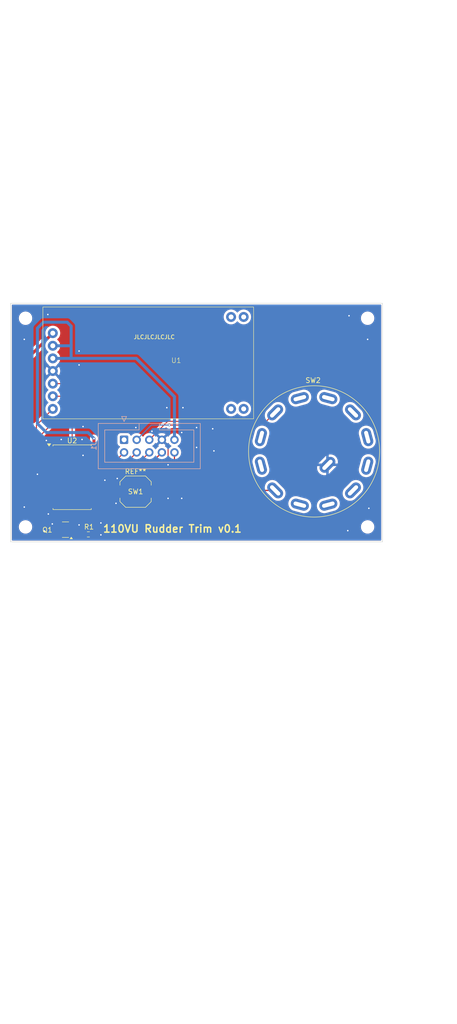
<source format=kicad_pcb>
(kicad_pcb
	(version 20240108)
	(generator "pcbnew")
	(generator_version "8.0")
	(general
		(thickness 1.6)
		(legacy_teardrops no)
	)
	(paper "A4" portrait)
	(layers
		(0 "F.Cu" signal)
		(31 "B.Cu" signal)
		(34 "B.Paste" user)
		(35 "F.Paste" user)
		(36 "B.SilkS" user "B.Silkscreen")
		(37 "F.SilkS" user "F.Silkscreen")
		(38 "B.Mask" user)
		(39 "F.Mask" user)
		(42 "Eco1.User" user "User.Ref")
		(44 "Edge.Cuts" user)
		(45 "Margin" user)
		(46 "B.CrtYd" user "B.Courtyard")
		(47 "F.CrtYd" user "F.Courtyard")
		(48 "B.Fab" user)
		(49 "F.Fab" user)
	)
	(setup
		(stackup
			(layer "F.SilkS"
				(type "Top Silk Screen")
				(color "White")
			)
			(layer "F.Paste"
				(type "Top Solder Paste")
			)
			(layer "F.Mask"
				(type "Top Solder Mask")
				(color "Black")
				(thickness 0.01)
			)
			(layer "F.Cu"
				(type "copper")
				(thickness 0.035)
			)
			(layer "dielectric 1"
				(type "core")
				(thickness 1.51)
				(material "FR4")
				(epsilon_r 4.5)
				(loss_tangent 0.02)
			)
			(layer "B.Cu"
				(type "copper")
				(thickness 0.035)
			)
			(layer "B.Mask"
				(type "Bottom Solder Mask")
				(color "Black")
				(thickness 0.01)
			)
			(layer "B.Paste"
				(type "Bottom Solder Paste")
			)
			(layer "B.SilkS"
				(type "Bottom Silk Screen")
				(color "White")
			)
			(copper_finish "None")
			(dielectric_constraints yes)
		)
		(pad_to_mask_clearance 0)
		(allow_soldermask_bridges_in_footprints no)
		(pcbplotparams
			(layerselection 0x00010fc_ffffffff)
			(plot_on_all_layers_selection 0x0000000_00000000)
			(disableapertmacros no)
			(usegerberextensions no)
			(usegerberattributes yes)
			(usegerberadvancedattributes yes)
			(creategerberjobfile yes)
			(dashed_line_dash_ratio 12.000000)
			(dashed_line_gap_ratio 3.000000)
			(svgprecision 4)
			(plotframeref no)
			(viasonmask no)
			(mode 1)
			(useauxorigin no)
			(hpglpennumber 1)
			(hpglpenspeed 20)
			(hpglpendiameter 15.000000)
			(pdf_front_fp_property_popups yes)
			(pdf_back_fp_property_popups yes)
			(dxfpolygonmode yes)
			(dxfimperialunits yes)
			(dxfusepcbnewfont yes)
			(psnegative no)
			(psa4output no)
			(plotreference yes)
			(plotvalue yes)
			(plotfptext yes)
			(plotinvisibletext no)
			(sketchpadsonfab no)
			(subtractmaskfromsilk no)
			(outputformat 1)
			(mirror no)
			(drillshape 0)
			(scaleselection 1)
			(outputdirectory "manufacturing/")
		)
	)
	(net 0 "")
	(net 1 "+3V3")
	(net 2 "/Rudder Reset")
	(net 3 "/Trim Left")
	(net 4 "GND")
	(net 5 "/SPI_CS")
	(net 6 "/Trim Right")
	(net 7 "VBUS")
	(net 8 "/SPI_CLK")
	(net 9 "/SPI_DATA")
	(net 10 "/Display PWM")
	(net 11 "Net-(Q1-D)")
	(net 12 "unconnected-(SW2-Pad2)")
	(net 13 "unconnected-(SW2-Pad9)")
	(net 14 "unconnected-(SW2-Pad12)")
	(net 15 "unconnected-(SW2-Pad1)")
	(net 16 "unconnected-(SW2-Pad6)")
	(net 17 "unconnected-(SW2-Pad4)")
	(net 18 "unconnected-(SW2-Pad11)")
	(net 19 "unconnected-(SW2-Pad7)")
	(net 20 "unconnected-(SW2-Pad3)")
	(net 21 "unconnected-(SW2-Pad10)")
	(net 22 "Net-(U1-DI)")
	(net 23 "Net-(U1-CLK)")
	(net 24 "Net-(U1-CS)")
	(footprint "MountingHole:MountingHole_2.2mm_M2" (layer "F.Cu") (at 78 150))
	(footprint "Package_TO_SOT_SMD:SOT-23" (layer "F.Cu") (at 86.0625 150.55 180))
	(footprint "NiasStuff:C&K_Rotary_Switches" (layer "F.Cu") (at 136.2 134.8 -90))
	(footprint "Package_SO:SOP-20_7.5x12.8mm_P1.27mm" (layer "F.Cu") (at 87.4 140))
	(footprint "MountingHole:MountingHole_2.2mm_M2" (layer "F.Cu") (at 147 150))
	(footprint "Button_Switch_SMD:SW_Push_1TS009xxxx-xxxx-xxxx_6x6x5mm" (layer "F.Cu") (at 100.2 142.9))
	(footprint "Resistor_SMD:R_0603_1608Metric" (layer "F.Cu") (at 90.675 151.5 180))
	(footprint "MountingHole:MountingHole_2.2mm_M2" (layer "F.Cu") (at 78 108))
	(footprint "Kav_Simulations:Rudder_Trim" (layer "F.Cu") (at 81.5 128.24))
	(footprint "MountingHole:MountingHole_2.2mm_M2" (layer "F.Cu") (at 147 108))
	(footprint "Connector_IDC:IDC-Header_2x05_P2.54mm_Vertical" (layer "B.Cu") (at 97.88 132.46 -90))
	(gr_line
		(start 75 153)
		(end 75 105)
		(stroke
			(width 0.1)
			(type default)
		)
		(layer "Edge.Cuts")
		(uuid "1ef9f79b-2156-4242-81aa-3b5da0bf9cb8")
	)
	(gr_line
		(start 75 105)
		(end 150 105)
		(stroke
			(width 0.1)
			(type default)
		)
		(layer "Edge.Cuts")
		(uuid "4cbd6cee-cf46-42e2-b399-a483b75f63bd")
	)
	(gr_line
		(start 150 105)
		(end 150 153)
		(stroke
			(width 0.1)
			(type default)
		)
		(layer "Edge.Cuts")
		(uuid "667c2e00-654c-44ed-af14-b2ed9beeaa97")
	)
	(gr_line
		(start 150 153)
		(end 75 153)
		(stroke
			(width 0.1)
			(type default)
		)
		(layer "Edge.Cuts")
		(uuid "9b828d92-a3c1-437c-95cb-35de8574945c")
	)
	(gr_line
		(start 73 250)
		(end 73 44)
		(stroke
			(width 0.1)
			(type default)
		)
		(layer "F.Fab")
		(uuid "00f436f1-ba70-43f6-8a9c-3e3a830cdb47")
	)
	(gr_line
		(start 73 44)
		(end 165 44)
		(stroke
			(width 0.1)
			(type default)
		)
		(layer "F.Fab")
		(uuid "07832c9b-84c9-4dde-97cb-66f08ae2ba25")
	)
	(gr_line
		(start 165 250)
		(end 73 250)
		(stroke
			(width 0.1)
			(type default)
		)
		(layer "F.Fab")
		(uuid "6630ed24-6e78-4c40-845b-77ff025db817")
	)
	(gr_line
		(start 165 44)
		(end 165 250)
		(stroke
			(width 0.1)
			(type default)
		)
		(layer "F.Fab")
		(uuid "ef809a89-e430-4a6c-9b13-7503cb22f357")
	)
	(gr_text "JLCJLCJLCJLC"
		(at 99.75 112.25 0)
		(layer "F.SilkS")
		(uuid "1ffdee03-30f2-4c01-ae19-8a111dc4de0d")
		(effects
			(font
				(size 0.8 0.8)
				(thickness 0.15)
			)
			(justify left bottom)
		)
	)
	(gr_text "110VU Rudder Trim v0.1"
		(at 93.5 151.25 0)
		(layer "F.SilkS")
		(uuid "2633c29e-bd08-4e8e-b5d4-f511e9ce61ad")
		(effects
			(font
				(size 1.5 1.5)
				(thickness 0.3)
				(bold yes)
			)
			(justify left bottom)
		)
	)
	(segment
		(start 105.5 135)
		(end 97.6 142.9)
		(width 0.25)
		(layer "F.Cu")
		(net 2)
		(uuid "6cdbb603-4d06-4ed0-98db-012b5328aa5b")
	)
	(segment
		(start 97.6 142.9)
		(end 97.2 142.9)
		(width 0.25)
		(layer "F.Cu")
		(net 2)
		(uuid "c40b2332-82af-4acf-9971-6ff63acc58a6")
	)
	(segment
		(start 110.25 129.5)
		(end 107 129.5)
		(width 0.2)
		(layer "F.Cu")
		(net 3)
		(uuid "140b0d1d-f494-430b-bea2-5ec4b646b054")
	)
	(segment
		(start 114.9 132)
		(end 125.548885 142.648885)
		(width 0.25)
		(layer "F.Cu")
		(net 3)
		(uuid "49cfe1f9-ca45-4a04-9138-06b15adf75b3")
	)
	(segment
		(start 125.548885 142.648885)
		(end 128.351115 142.648885)
		(width 0.25)
		(layer "F.Cu")
		(net 3)
		(uuid "c16152b5-9740-49e6-8867-8e87884e10d9")
	)
	(segment
		(start 112.75 132)
		(end 110.25 129.5)
		(width 0.2)
		(layer "F.Cu")
		(net 3)
		(uuid "d5dab8b0-088f-439a-94c9-e7436b95c09e")
	)
	(segment
		(start 114.9 132)
		(end 112.75 132)
		(width 0.2)
		(layer "F.Cu")
		(net 3)
		(uuid "d72ddefa-4782-4cd9-adcb-d74bd3b7bdfb")
	)
	(via
		(at 107 129.5)
		(size 0.5)
		(drill 0.3)
		(layers "F.Cu" "B.Cu")
		(net 3)
		(uuid "8d6cb0df-b718-4793-ad8b-af0cde4e42af")
	)
	(segment
		(start 103.38 129.5)
		(end 100.42 132.46)
		(width 0.2)
		(layer "B.Cu")
		(net 3)
		(uuid "78405b0d-94f5-4146-8b76-f63d745e3327")
	)
	(segment
		(start 107 129.5)
		(end 103.38 129.5)
		(width 0.2)
		(layer "B.Cu")
		(net 3)
		(uuid "94dd54be-87a2-49a0-bf00-cf483ee340e8")
	)
	(segment
		(start 106.75 133.71)
		(end 106.75 137.5)
		(width 0.2)
		(layer "F.Cu")
		(net 4)
		(uuid "9e9c2029-f242-4895-bf65-1be777355518")
	)
	(segment
		(start 105.5 132.46)
		(end 106.75 133.71)
		(width 0.2)
		(layer "F.Cu")
		(net 4)
		(uuid "c5836df1-f8f2-4ce7-900f-a75a3c76cacb")
	)
	(via
		(at 96.5 140.25)
		(size 0.5)
		(drill 0.3)
		(layers "F.Cu" "B.Cu")
		(free yes)
		(net 4)
		(uuid "0891dac1-967c-4c60-ab58-2838858558ad")
	)
	(via
		(at 77.75 112.25)
		(size 0.5)
		(drill 0.3)
		(layers "F.Cu" "B.Cu")
		(free yes)
		(net 4)
		(uuid "0c2a51e9-b7df-43e5-b76e-36a987b83e1e")
	)
	(via
		(at 109.5 131)
		(size 0.5)
		(drill 0.3)
		(layers "F.Cu" "B.Cu")
		(free yes)
		(net 4)
		(uuid "0cbf25ca-be14-4f97-bd35-8db00e8e3c6a")
	)
	(via
		(at 88.8 114.6)
		(size 0.5)
		(drill 0.3)
		(layers "F.Cu" "B.Cu")
		(free yes)
		(net 4)
		(uuid "11d6e1bf-da9c-4081-88a6-f2ddd14c095a")
	)
	(via
		(at 106.75 137.5)
		(size 0.5)
		(drill 0.3)
		(layers "F.Cu" "B.Cu")
		(net 4)
		(uuid "24dd56b4-21e5-4f1d-a4c3-0f22b28422f8")
	)
	(via
		(at 89.6 129.8)
		(size 0.5)
		(drill 0.3)
		(layers "F.Cu" "B.Cu")
		(free yes)
		(net 4)
		(uuid "26ac7489-0242-41f2-b26b-29216208e5dd")
	)
	(via
		(at 77.75 146)
		(size 0.5)
		(drill 0.3)
		(layers "F.Cu" "B.Cu")
		(free yes)
		(net 4)
		(uuid "2aa9dd81-24a8-411c-a894-45a6ef832e7a")
	)
	(via
		(at 109.75 126)
		(size 0.5)
		(drill 0.3)
		(layers "F.Cu" "B.Cu")
		(free yes)
		(net 4)
		(uuid "31316768-f479-475d-889a-549abb997116")
	)
	(via
		(at 143.25 107.5)
		(size 0.5)
		(drill 0.3)
		(layers "F.Cu" "B.Cu")
		(free yes)
		(net 4)
		(uuid "429d2ee3-92e4-4327-9c58-8b17b2729167")
	)
	(via
		(at 100.25 130)
		(size 0.5)
		(drill 0.3)
		(layers "F.Cu" "B.Cu")
		(free yes)
		(net 4)
		(uuid "499cea3c-d36c-45ae-beeb-7ce8e67cb832")
	)
	(via
		(at 88.8 117.4)
		(size 0.5)
		(drill 0.3)
		(layers "F.Cu" "B.Cu")
		(free yes)
		(net 4)
		(uuid "4d2a3dde-94fa-46d9-917e-356cecbed038")
	)
	(via
		(at 93.2 151.6)
		(size 0.5)
		(drill 0.3)
		(layers "F.Cu" "B.Cu")
		(free yes)
		(net 4)
		(uuid "5b037f38-b0ed-4589-811a-a82cdcf0ca5b")
	)
	(via
		(at 82.2 132.6)
		(size 0.5)
		(drill 0.3)
		(layers "F.Cu" "B.Cu")
		(free yes)
		(net 4)
		(uuid "62dc7de1-6141-4590-950b-1b9d78e3f4c0")
	)
	(via
		(at 112.5 134)
		(size 0.5)
		(drill 0.3)
		(layers "F.Cu" "B.Cu")
		(free yes)
		(net 4)
		(uuid "66fd0c81-652e-42fb-a158-b390a19c64a0")
	)
	(via
		(at 81.8 150.8)
		(size 0.5)
		(drill 0.3)
		(layers "F.Cu" "B.Cu")
		(free yes)
		(net 4)
		(uuid "6a3f8e41-c1ce-4b1f-93c0-b545918bfbec")
	)
	(via
		(at 83.4 149.4)
		(size 0.5)
		(drill 0.3)
		(layers "F.Cu" "B.Cu")
		(free yes)
		(net 4)
		(uuid "74638f8e-bd01-4373-a416-940ddab0f6c5")
	)
	(via
		(at 143 150.75)
		(size 0.5)
		(drill 0.3)
		(layers "F.Cu" "B.Cu")
		(free yes)
		(net 4)
		(uuid "7fdcc7ef-aaac-49f0-a207-9e0f64916897")
	)
	(via
		(at 96.25 145.25)
		(size 0.5)
		(drill 0.3)
		(layers "F.Cu" "B.Cu")
		(free yes)
		(net 4)
		(uuid "96329a03-e04f-40e8-bbca-86237c24b710")
	)
	(via
		(at 88.8 149.6)
		(size 0.5)
		(drill 0.3)
		(layers "F.Cu" "B.Cu")
		(free yes)
		(net 4)
		(uuid "983bb222-fe74-419e-bfc4-2716b7d1f893")
	)
	(via
		(at 106.5 126)
		(size 0.5)
		(drill 0.3)
		(layers "F.Cu" "B.Cu")
		(free yes)
		(net 4)
		(uuid "9c19a06f-bb21-48ea-9d78-d8bd23f0c22c")
	)
	(via
		(at 103.5 130.75)
		(size 0.5)
		(drill 0.3)
		(layers "F.Cu" "B.Cu")
		(free yes)
		(net 4)
		(uuid "a7200280-aee5-4af8-9aae-3cf267f47374")
	)
	(via
		(at 109.5 144.25)
		(size 0.5)
		(drill 0.3)
		(layers "F.Cu" "B.Cu")
		(free yes)
		(net 4)
		(uuid "b760f707-798a-4e90-a995-b89f1bef62de")
	)
	(via
		(at 80.4 139.4)
		(size 0.5)
		(drill 0.3)
		(layers "F.Cu" "B.Cu")
		(free yes)
		(net 4)
		(uuid "bb2a5f07-3f7e-46e9-9268-4d8ca6603d1e")
	)
	(via
		(at 89.6 135.6)
		(size 0.5)
		(drill 0.3)
		(layers "F.Cu" "B.Cu")
		(free yes)
		(net 4)
		(uuid "c8c45ee8-9278-4113-bcd4-fb1cdcd4068f")
	)
	(via
		(at 89.4 132.4)
		(size 0.5)
		(drill 0.3)
		(layers "F.Cu" "B.Cu")
		(free yes)
		(net 4)
		(uuid "cd193330-f2d9-4094-9db1-7cb3b9ec073c")
	)
	(via
		(at 106.75 144.25)
		(size 0.5)
		(drill 0.3)
		(layers "F.Cu" "B.Cu")
		(free yes)
		(net 4)
		(uuid "d3f2021a-c835-49e0-8a0e-a3b6b5074e8d")
	)
	(via
		(at 116 134.7)
		(size 0.5)
		(drill 0.3)
		(layers "F.Cu" "B.Cu")
		(free yes)
		(net 4)
		(uuid "d5078a84-431d-4eba-bbcb-29e7b2e5ccc7")
	)
	(via
		(at 85.2 132.4)
		(size 0.5)
		(drill 0.3)
		(layers "F.Cu" "B.Cu")
		(free yes)
		(net 4)
		(uuid "daf7a400-fe54-4afa-b172-ad78a4874b5e")
	)
	(via
		(at 115.75 130.25)
		(size 0.5)
		(drill 0.3)
		(layers "F.Cu" "B.Cu")
		(free yes)
		(net 4)
		(uuid "dea1b261-7e27-4243-a009-d9768f7cf401")
	)
	(via
		(at 82.5 107.25)
		(size 0.5)
		(drill 0.3)
		(layers "F.Cu" "B.Cu")
		(free yes)
		(net 4)
		(uuid "e0e08d1c-d10a-4677-956a-6a6cc0bab1d3")
	)
	(via
		(at 82.6 147.4)
		(size 0.5)
		(drill 0.3)
		(layers "F.Cu" "B.Cu")
		(free yes)
		(net 4)
		(uuid "e4014d2f-dbc9-4e43-9955-c11c6f2794b8")
	)
	(via
		(at 147.25 146.25)
		(size 0.5)
		(drill 0.3)
		(layers "F.Cu" "B.Cu")
		(free yes)
		(net 4)
		(uuid "e97bf121-1736-4725-8039-04208f3847b3")
	)
	(via
		(at 147 112.25)
		(size 0.5)
		(drill 0.3)
		(layers "F.Cu" "B.Cu")
		(free yes)
		(net 4)
		(uuid "e9ebd796-f194-41e7-bffb-0db4acb418c3")
	)
	(via
		(at 94 140.6)
		(size 0.5)
		(drill 0.3)
		(layers "F.Cu" "B.Cu")
		(free yes)
		(net 4)
		(uuid "ed73d580-4d6e-4e11-84b1-db4e3a8e1e56")
	)
	(via
		(at 93.2 149.2)
		(size 0.5)
		(drill 0.3)
		(layers "F.Cu" "B.Cu")
		(free yes)
		(net 4)
		(uuid "f52df6c0-105b-4201-bd2b-53dbfef401d0")
	)
	(via
		(at 112.5 130)
		(size 0.5)
		(drill 0.3)
		(layers "F.Cu" "B.Cu")
		(free yes)
		(net 4)
		(uuid "fba49ec1-e541-4b69-9289-ad8e2cabaad2")
	)
	(segment
		(start 102.96 135)
		(end 98.595 139.365)
		(width 0.2)
		(layer "F.Cu")
		(net 5)
		(uuid "78c3db8f-bd70-4c8d-90ff-918e6765dd61")
	)
	(segment
		(start 98.595 139.365)
		(end 92 139.365)
		(width 0.2)
		(layer "F.Cu")
		(net 5)
		(uuid "aed4ce6b-26ed-42ef-96a2-d9983ab6bb96")
	)
	(segment
		(start 106.67 128.75)
		(end 102.96 132.46)
		(width 0.2)
		(layer "F.Cu")
		(net 6)
		(uuid "62fb90ac-233d-408d-8f25-b35786e9e18f")
	)
	(segment
		(start 126.2 128.75)
		(end 106.67 128.75)
		(width 0.2)
		(layer "F.Cu")
		(net 6)
		(uuid "6aad1a6f-af24-4f7f-a133-07c4e53b909c")
	)
	(segment
		(start 126.55223 128.75)
		(end 128.351115 126.951115)
		(width 0.2)
		(layer "F.Cu")
		(net 6)
		(uuid "8fa1ce81-2a5d-412e-acd7-d952c75454d0")
	)
	(segment
		(start 126.2 128.75)
		(end 126.55223 128.75)
		(width 0.2)
		(layer "F.Cu")
		(net 6)
		(uuid "d8549f43-e32f-441c-adce-0ae53bd7ce35")
	)
	(segment
		(start 91.8 132.2)
		(end 91.8 134.085)
		(width 0.6)
		(layer "F.Cu")
		(net 7)
		(uuid "2f654d35-a470-4e07-971a-f4f877b3b99b")
	)
	(segment
		(start 91.8 134.085)
		(end 92 134.285)
		(width 0.6)
		(layer "F.Cu")
		(net 7)
		(uuid "e64425d0-7a56-4e7a-b8e3-554bee2d239b")
	)
	(via
		(at 91.8 132.2)
		(size 0.5)
		(drill 0.3)
		(layers "F.Cu" "B.Cu")
		(net 7)
		(uuid "76d4f271-2d27-4ba5-bd83-6e07cafcee38")
	)
	(segment
		(start 90.6 131)
		(end 91.8 132.2)
		(width 0.6)
		(layer "B.Cu")
		(net 7)
		(uuid "1419bd1f-c082-4eba-b584-e0f8933b8301")
	)
	(segment
		(start 87.06 113.54)
		(end 87.2 113.4)
		(width 0.6)
		(layer "B.Cu")
		(net 7)
		(uuid "1a764e94-aff2-4442-8499-e7615c398fa9")
	)
	(segment
		(start 80.4 129.2)
		(end 82.2 131)
		(width 0.6)
		(layer "B.Cu")
		(net 7)
		(uuid "2fda81a1-3a5b-4cf5-8abf-ea6f35c81f38")
	)
	(segment
		(start 87.2 109.6)
		(end 86.4 108.8)
		(width 0.6)
		(layer "B.Cu")
		(net 7)
		(uuid "392cff09-2eb8-4ed6-97f9-a56b1c404487")
	)
	(segment
		(start 86.4 108.8)
		(end 81.6 108.8)
		(width 0.6)
		(layer "B.Cu")
		(net 7)
		(uuid "40deea8b-e897-4004-b037-389473470473")
	)
	(segment
		(start 80.4 110)
		(end 80.4 110.2)
		(width 0.6)
		(layer "B.Cu")
		(net 7)
		(uuid "5d20d7b2-2d3f-40a1-9bca-928fb14adbf4")
	)
	(segment
		(start 87.2 114.6)
		(end 87.2 116.08)
		(width 0.6)
		(layer "B.Cu")
		(net 7)
		(uuid "6878075d-2ac5-4504-8daf-4813e2a6accb")
	)
	(segment
		(start 81.6 108.8)
		(end 80.4 110)
		(width 0.6)
		(layer "B.Cu")
		(net 7)
		(uuid "6b881c1c-4c3d-4179-ad1a-6142f4dcf4d8")
	)
	(segment
		(start 89.6 131)
		(end 90.6 131)
		(width 0.6)
		(layer "B.Cu")
		(net 7)
		(uuid "6ed71107-4f6e-4513-9021-de58e5b3c8cc")
	)
	(segment
		(start 108.04 132.46)
		(end 108.04 123.79)
		(width 0.6)
		(layer "B.Cu")
		(net 7)
		(uuid "7ab8246f-97ba-453c-8bd6-9d5e1812266f")
	)
	(segment
		(start 87.2 113.4)
		(end 87.2 109.6)
		(width 0.6)
		(layer "B.Cu")
		(net 7)
		(uuid "8d06bb23-f4d2-4a15-afd6-af2909b817f6")
	)
	(segment
		(start 80.4 110.2)
		(end 80.4 129.2)
		(width 0.6)
		(layer "B.Cu")
		(net 7)
		(uuid "99015a87-7a3b-46f6-930b-18447ec74539")
	)
	(segment
		(start 108.04 123.79)
		(end 100.33 116.08)
		(width 0.6)
		(layer "B.Cu")
		(net 7)
		(uuid "c343774f-b63a-408f-b198-0b59db1a30d9")
	)
	(segment
		(start 87.2 114.6)
		(end 87.2 113.4)
		(width 0.6)
		(layer "B.Cu")
		(net 7)
		(uuid "c76951bd-ce0f-4e24-bcd3-46a947f2cd16")
	)
	(segment
		(start 82.2 131)
		(end 89.6 131)
		(width 0.6)
		(layer "B.Cu")
		(net 7)
		(uuid "d0b6334b-c149-4938-9ba9-52beabe39768")
	)
	(segment
		(start 83.5 113.54)
		(end 87.06 113.54)
		(width 0.6)
		(layer "B.Cu")
		(net 7)
		(uuid "d8169f43-7e06-4ef0-b1fd-b8337f57cac7")
	)
	(segment
		(start 100.33 116.08)
		(end 87.2 116.08)
		(width 0.6)
		(layer "B.Cu")
		(net 7)
		(uuid "d8586928-47a2-4cd0-b319-ec283e4df51b")
	)
	(segment
		(start 87.2 116.08)
		(end 83.5 116.08)
		(width 0.6)
		(layer "B.Cu")
		(net 7)
		(uuid "e7512d2e-e6eb-4f9f-9ea6-e42b16f60503")
	)
	(segment
		(start 97.325 138.095)
		(end 92 138.095)
		(width 0.2)
		(layer "F.Cu")
		(net 8)
		(uuid "ba0acef7-9a0a-466b-b538-9c18704903cd")
	)
	(segment
		(start 100.42 135)
		(end 97.325 138.095)
		(width 0.2)
		(layer "F.Cu")
		(net 8)
		(uuid "f13e8e08-a0c2-4327-8e9f-c1fa2d8b0468")
	)
	(segment
		(start 96.055 136.825)
		(end 92 136.825)
		(width 0.2)
		(layer "F.Cu")
		(net 9)
		(uuid "45fdb6e3-4f51-4980-981a-3a54ba6e3463")
	)
	(segment
		(start 97.88 135)
		(end 96.055 136.825)
		(width 0.2)
		(layer "F.Cu")
		(net 9)
		(uuid "b4135139-6ed2-43cf-9462-da75501bd452")
	)
	(segment
		(start 89.85 150.75)
		(end 90.2 150.4)
		(width 0.25)
		(layer "F.Cu")
		(net 10)
		(uuid "45c4335c-6fb8-46b7-a680-eeccf1b1538c")
	)
	(segment
		(start 90.2 150.4)
		(end 105.6 150.4)
		(width 0.25)
		(layer "F.Cu")
		(net 10)
		(uuid "5352fa63-a194-417d-b3dd-ce6753837246")
	)
	(segment
		(start 89.85 151.5)
		(end 89.85 150.75)
		(width 0.25)
		(layer "F.Cu")
		(net 10)
		(uuid "580446bb-783b-4ab7-8dec-8545022cd21d")
	)
	(segment
		(start 105.6 150.4)
		(end 108.04 147.96)
		(width 0.25)
		(layer "F.Cu")
		(net 10)
		(uuid "6e4a5b62-26f1-4835-9999-e0f97615180f")
	)
	(segment
		(start 108.04 147.96)
		(end 108.04 135)
		(width 0.25)
		(layer "F.Cu")
		(net 10)
		(uuid "7fd018c1-cd03-4fd8-a546-caa34ee08d24")
	)
	(segment
		(start 87 151.5)
		(end 89.85 151.5)
		(width 0.25)
		(layer "F.Cu")
		(net 10)
		(uuid "b6d7e31e-0125-4d41-a87c-e36047e4c24d")
	)
	(segment
		(start 78.8 146.2)
		(end 83.15 150.55)
		(width 0.6)
		(layer "F.Cu")
		(net 11)
		(uuid "66e472e5-b9b5-4f29-a9e0-d363b6287b7d")
	)
	(segment
		(start 83.5 111)
		(end 78.8 115.7)
		(width 0.6)
		(layer "F.Cu")
		(net 11)
		(uuid "7f952010-f3bd-4bb4-b76f-3cae8e754be6")
	)
	(segment
		(start 78.8 115.7)
		(end 78.8 146.2)
		(width 0.6)
		(layer "F.Cu")
		(net 11)
		(uuid "9b7310d9-2a7d-43e9-952a-cc999bf78bef")
	)
	(segment
		(start 83.15 150.55)
		(end 85.125 150.55)
		(width 0.6)
		(layer "F.Cu")
		(net 11)
		(uuid "e8ff05b3-03dd-4f4b-9400-84228d546c4c")
	)
	(segment
		(start 82.8 135.555)
		(end 84.245 135.555)
		(width 0.2)
		(layer "F.Cu")
		(net 22)
		(uuid "5e4f6b76-5030-4c89-b626-eef3daf9575c")
	)
	(segment
		(start 87.4 122)
		(end 86.56 121.16)
		(width 0.2)
		(layer "F.Cu")
		(net 22)
		(uuid "84134a3d-1c42-454a-b781-22a68fccd236")
	)
	(segment
		(start 84.245 135.555)
		(end 87.4 132.4)
		(width 0.2)
		(layer "F.Cu")
		(net 22)
		(uuid "a01f4453-31a9-4f0b-a1c7-9f0c70438347")
	)
	(segment
		(start 86.56 121.16)
		(end 83.5 121.16)
		(width 0.2)
		(layer "F.Cu")
		(net 22)
		(uuid "af942299-6156-4593-a974-05f0236ebd48")
	)
	(segment
		(start 87.4 132.4)
		(end 87.4 122)
		(width 0.2)
		(layer "F.Cu")
		(net 22)
		(uuid "f7650953-6bae-4b34-b001-bd576b03388d")
	)
	(segment
		(start 83.2 129.4)
		(end 85.2 129.4)
		(width 0.2)
		(layer "F.Cu")
		(net 23)
		(uuid "12ef5d74-e20c-4d51-b480-c032a3b2b972")
	)
	(segment
		(start 85.3 123.7)
		(end 83.5 123.7)
		(width 0.2)
		(layer "F.Cu")
		(net 23)
		(uuid "5fd898a4-a021-4449-ac8d-759153c03c7b")
	)
	(segment
		(start 85.2 129.4)
		(end 86.2 128.4)
		(width 0.2)
		(layer "F.Cu")
		(net 23)
		(uuid "6c7269da-2eb5-4705-aa18-8c95f8bca7b2")
	)
	(segment
		(start 80.8 131.8)
		(end 83.2 129.4)
		(width 0.2)
		(layer "F.Cu")
		(net 23)
		(uuid "6e848491-aefb-41ae-b072-eb5a27b1bec0")
	)
	(segment
		(start 82.8 136.825)
		(end 81.225 136.825)
		(width 0.2)
		(layer "F.Cu")
		(net 23)
		(uuid "7a0aab4a-df68-4817-a5c4-179e5636587a")
	)
	(segment
		(start 86.2 128.4)
		(end 86.2 124.6)
		(width 0.2)
		(layer "F.Cu")
		(net 23)
		(uuid "81216cd8-c848-41c0-8d2e-7d91d1ee55ac")
	)
	(segment
		(start 86.2 124.6)
		(end 85.3 123.7)
		(width 0.2)
		(layer "F.Cu")
		(net 23)
		(uuid "922239a1-ea39-4652-9464-96395363f644")
	)
	(segment
		(start 81.225 136.825)
		(end 80.8 136.4)
		(width 0.2)
		(layer "F.Cu")
		(net 23)
		(uuid "ab68c4cb-3882-485b-8959-8192fcd0e8a2")
	)
	(segment
		(start 80.8 136.4)
		(end 80.8 131.8)
		(width 0.2)
		(layer "F.Cu")
		(net 23)
		(uuid "fbfaa51a-632b-45a5-95fe-dde5f12e84e8")
	)
	(segment
		(start 82.8 138.095)
		(end 81.095 138.095)
		(width 0.2)
		(layer "F.Cu")
		(net 24)
		(uuid "28dbe8f1-fe3f-41eb-baea-8b87d1e4408d")
	)
	(segment
		(start 80.2 137.2)
		(end 80.2 129.54)
		(width 0.2)
		(layer "F.Cu")
		(net 24)
		(uuid "6fffeec5-8b40-4a5e-9fcc-c391db8d631d")
	)
	(segment
		(start 81.095 138.095)
		(end 80.2 137.2)
		(width 0.2)
		(layer "F.Cu")
		(net 24)
		(uuid "7400746c-0403-4a34-9ed6-e4259b974348")
	)
	(segment
		(start 80.2 129.54)
		(end 83.5 126.24)
		(width 0.2)
		(layer "F.Cu")
		(net 24)
		(uuid "f64a8eea-f7d1-4f47-896f-e4b9b58c3dd8")
	)
	(zone
		(net 4)
		(net_name "GND")
		(layers "F&B.Cu")
		(uuid "88fa0b4e-2778-4510-ac2c-b35d6d13b011")
		(hatch edge 0.5)
		(connect_pads
			(clearance 0.5)
		)
		(min_thickness 0.25)
		(filled_areas_thickness no)
		(fill yes
			(thermal_gap 0.5)
			(thermal_bridge_width 0.5)
		)
		(polygon
			(pts
				(xy 150 153) (xy 75 153) (xy 75 105) (xy 150 105)
			)
		)
		(filled_polygon
			(layer "F.Cu")
			(pts
				(xy 86.718834 128.832915) (xy 86.774767 128.874787) (xy 86.799184 128.940251) (xy 86.7995 128.949097)
				(xy 86.7995 132.099901) (xy 86.779815 132.16694) (xy 86.763181 132.187582) (xy 84.419413 134.531349)
				(xy 84.35809 134.564834) (xy 84.288398 134.55985) (xy 84.251352 134.535) (xy 82.674 134.535) (xy 82.606961 134.515315)
				(xy 82.561206 134.462511) (xy 82.55 134.411) (xy 82.55 134.035) (xy 83.05 134.035) (xy 84.247295 134.035)
				(xy 84.247295 134.034998) (xy 84.2471 134.032513) (xy 84.201281 133.874801) (xy 84.117685 133.733447)
				(xy 84.117678 133.733438) (xy 84.001561 133.617321) (xy 84.001552 133.617314) (xy 83.860196 133.533717)
				(xy 83.860193 133.533716) (xy 83.702495 133.4879) (xy 83.702489 133.487899) (xy 83.665649 133.485)
				(xy 83.05 133.485) (xy 83.05 134.035) (xy 82.55 134.035) (xy 82.55 133.485) (xy 81.93435 133.485)
				(xy 81.89751 133.487899) (xy 81.897504 133.4879) (xy 81.739806 133.533716) (xy 81.739803 133.533717)
				(xy 81.591729 133.621288) (xy 81.590711 133.619566) (xy 81.535455 133.641257) (xy 81.466938 133.627572)
				(xy 81.416697 133.579017) (xy 81.4005 133.517742) (xy 81.4005 132.100097) (xy 81.420185 132.033058)
				(xy 81.436819 132.012416) (xy 83.412417 130.036819) (xy 83.47374 130.003334) (xy 83.500098 130.0005)
				(xy 85.113331 130.0005) (xy 85.113347 130.000501) (xy 85.120943 130.000501) (xy 85.279054 130.000501)
				(xy 85.279057 130.000501) (xy 85.431785 129.959577) (xy 85.481904 129.930639) (xy 85.568716 129.88052)
				(xy 85.68052 129.768716) (xy 85.68052 129.768714) (xy 85.690728 129.758507) (xy 85.690729 129.758504)
				(xy 86.58782 128.861415) (xy 86.649142 128.827931)
			)
		)
		(filled_polygon
			(layer "F.Cu")
			(pts
				(xy 105.034075 132.652993) (xy 105.099901 132.767007) (xy 105.192993 132.860099) (xy 105.307007 132.925925)
				(xy 105.37059 132.942962) (xy 104.738625 133.574925) (xy 104.814594 133.628119) (xy 104.858219 133.682696)
				(xy 104.865413 133.752194) (xy 104.83389 133.814549) (xy 104.814595 133.831269) (xy 104.628594 133.961508)
				(xy 104.461505 134.128597) (xy 104.331575 134.314158) (xy 104.276998 134.357783) (xy 104.2075 134.364977)
				(xy 104.145145 134.333454) (xy 104.128425 134.314158) (xy 103.998494 134.128597) (xy 103.831402 133.961506)
				(xy 103.831396 133.961501) (xy 103.645842 133.831575) (xy 103.602217 133.776998) (xy 103.595023 133.7075)
				(xy 103.626546 133.645145) (xy 103.645842 133.628425) (xy 103.722248 133.574925) (xy 103.831401 133.498495)
				(xy 103.998495 133.331401) (xy 104.128732 133.145403) (xy 104.183307 133.10178) (xy 104.252805 133.094586)
				(xy 104.31516 133.126109) (xy 104.33188 133.145405) (xy 104.385073 133.221373) (xy 105.017037 132.589408)
			)
		)
		(filled_polygon
			(layer "F.Cu")
			(pts
				(xy 106.614925 133.221373) (xy 106.668119 133.145405) (xy 106.722696 133.101781) (xy 106.792195 133.094588)
				(xy 106.854549 133.12611) (xy 106.871269 133.145405) (xy 107.001505 133.331401) (xy 107.001506 133.331402)
				(xy 107.168597 133.498493) (xy 107.168603 133.498498) (xy 107.354158 133.628425) (xy 107.397783 133.683002)
				(xy 107.404977 133.7525) (xy 107.373454 133.814855) (xy 107.354158 133.831575) (xy 107.168597 133.961505)
				(xy 107.001505 134.128597) (xy 106.871575 134.314158) (xy 106.816998 134.357783) (xy 106.7475 134.364977)
				(xy 106.685145 134.333454) (xy 106.668425 134.314158) (xy 106.538494 134.128597) (xy 106.371402 133.961506)
				(xy 106.371401 133.961505) (xy 106.185405 133.831269) (xy 106.141781 133.776692) (xy 106.134588 133.707193)
				(xy 106.16611 133.644839) (xy 106.185405 133.628119) (xy 106.261373 133.574925) (xy 105.629409 132.942962)
				(xy 105.692993 132.925925) (xy 105.807007 132.860099) (xy 105.900099 132.767007) (xy 105.965925 132.652993)
				(xy 105.982962 132.58941)
			)
		)
		(filled_polygon
			(layer "F.Cu")
			(pts
				(xy 81.957113 113.777477) (xy 82.013046 113.819349) (xy 82.033985 113.863218) (xy 82.075937 114.028882)
				(xy 82.175826 114.256606) (xy 82.311833 114.464782) (xy 82.311836 114.464785) (xy 82.480256 114.647738)
				(xy 82.563008 114.712147) (xy 82.603821 114.768857) (xy 82.607496 114.83863) (xy 82.572864 114.899313)
				(xy 82.563014 114.907848) (xy 82.5044 114.953469) (xy 82.480257 114.972261) (xy 82.311833 115.155217)
				(xy 82.175826 115.363393) (xy 82.075936 115.591118) (xy 82.014892 115.832175) (xy 82.01489 115.832187)
				(xy 81.994357 116.079994) (xy 81.994357 116.080005) (xy 82.01489 116.327812) (xy 82.014892 116.327824)
				(xy 82.075936 116.568881) (xy 82.175826 116.796606) (xy 82.311833 117.004782) (xy 82.311836 117.004785)
				(xy 82.480256 117.187738) (xy 82.480259 117.18774) (xy 82.480262 117.187743) (xy 82.583743 117.268286)
				(xy 82.624556 117.324996) (xy 82.631343 117.373823) (xy 82.629941 117.396389) (xy 83.37059 118.137037)
				(xy 83.307007 118.154075) (xy 83.192993 118.219901) (xy 83.099901 118.312993) (xy 83.034075 118.427007)
				(xy 83.017037 118.490589) (xy 82.276564 117.750116) (xy 82.176267 117.903632) (xy 82.076412 118.131282)
				(xy 82.015387 118.372261) (xy 82.015385 118.37227) (xy 81.994859 118.619994) (xy 81.994859 118.620005)
				(xy 82.015385 118.867729) (xy 82.015387 118.867738) (xy 82.076412 119.108717) (xy 82.176266 119.336364)
				(xy 82.276564 119.489882) (xy 83.017037 118.749409) (xy 83.034075 118.812993) (xy 83.099901 118.927007)
				(xy 83.192993 119.020099) (xy 83.307007 119.085925) (xy 83.37059 119.102962) (xy 82.629942 119.843609)
				(xy 82.631343 119.866177) (xy 82.61585 119.934307) (xy 82.583744 119.971713) (xy 82.480258 120.05226)
				(xy 82.311833 120.235217) (xy 82.175826 120.443393) (xy 82.075936 120.671118) (xy 82.014892 120.912175)
				(xy 82.01489 120.912187) (xy 81.994357 121.159994) (xy 81.994357 121.160005) (xy 82.01489 121.407812)
				(xy 82.014892 121.407824) (xy 82.075936 121.648881) (xy 82.175826 121.876606) (xy 82.311833 122.084782)
				(xy 82.311836 122.084785) (xy 82.480256 122.267738) (xy 82.563008 122.332147) (xy 82.603821 122.388857)
				(xy 82.607496 122.45863) (xy 82.572864 122.519313) (xy 82.563014 122.527848) (xy 82.5044 122.573469)
				(xy 82.480257 122.592261) (xy 82.311833 122.775217) (xy 82.175826 122.983393) (xy 82.075936 123.211118)
				(xy 82.014892 123.452175) (xy 82.01489 123.452187) (xy 81.994357 123.699994) (xy 81.994357 123.700005)
				(xy 82.01489 123.947812) (xy 82.014892 123.947824) (xy 82.075936 124.188881) (xy 82.175826 124.416606)
				(xy 82.311833 124.624782) (xy 82.311836 124.624785) (xy 82.480256 124.807738) (xy 82.563008 124.872147)
				(xy 82.603821 124.928857) (xy 82.607496 124.99863) (xy 82.572864 125.059313) (xy 82.563014 125.067848)
				(xy 82.5044 125.113469) (xy 82.480257 125.132261) (xy 82.311833 125.315217) (xy 82.175826 125.523393)
				(xy 82.075936 125.751118) (xy 82.014892 125.992175) (xy 82.01489 125.992187) (xy 81.994357 126.239994)
				(xy 81.994357 126.240005) (xy 82.01489 126.487812) (xy 82.014892 126.487824) (xy 82.076007 126.729159)
				(xy 82.073382 126.798979) (xy 82.043482 126.84728) (xy 79.831286 129.059478) (xy 79.812181 129.078583)
				(xy 79.750858 129.112068) (xy 79.681166 129.107084) (xy 79.625233 129.065212) (xy 79.600816 128.999748)
				(xy 79.6005 128.990902) (xy 79.6005 116.082939) (xy 79.620185 116.0159) (xy 79.636814 115.995263)
				(xy 81.8261 113.805976) (xy 81.887421 113.772493)
			)
		)
		(filled_polygon
			(layer "F.Cu")
			(pts
				(xy 149.688539 105.274185) (xy 149.734294 105.326989) (xy 149.7455 105.3785) (xy 149.7455 152.6215)
				(xy 149.725815 152.688539) (xy 149.673011 152.734294) (xy 149.6215 152.7455) (xy 75.3785 152.7455)
				(xy 75.311461 152.725815) (xy 75.265706 152.673011) (xy 75.2545 152.6215) (xy 75.2545 149.893399)
				(xy 76.6455 149.893399) (xy 76.6455 150.1066) (xy 76.678853 150.31718) (xy 76.678853 150.317183)
				(xy 76.744734 150.519944) (xy 76.744736 150.519947) (xy 76.841528 150.709913) (xy 76.966846 150.882397)
				(xy 77.117603 151.033154) (xy 77.290087 151.158472) (xy 77.480053 151.255264) (xy 77.480055 151.255265)
				(xy 77.639161 151.306961) (xy 77.682821 151.321147) (xy 77.893399 151.3545) (xy 77.8934 151.3545)
				(xy 78.1066 151.3545) (xy 78.106601 151.3545) (xy 78.317179 151.321147) (xy 78.317182 151.321146)
				(xy 78.317183 151.321146) (xy 78.519944 151.255265) (xy 78.519944 151.255264) (xy 78.519947 151.255264)
				(xy 78.709913 151.158472) (xy 78.882397 151.033154) (xy 79.033154 150.882397) (xy 79.158472 150.709913)
				(xy 79.255264 150.519947) (xy 79.255265 150.519944) (xy 79.321146 150.317183) (xy 79.321146 150.317182)
				(xy 79.321147 150.317179) (xy 79.3545 150.106601) (xy 79.3545 149.893399) (xy 79.321147 149.682821)
				(xy 79.321146 149.682817) (xy 79.321146 149.682816) (xy 79.255265 149.480055) (xy 79.255263 149.480052)
				(xy 79.187732 149.347513) (xy 79.158472 149.290087) (xy 79.033154 149.117603) (xy 78.882397 148.966846)
				(xy 78.709913 148.841528) (xy 78.519947 148.744736) (xy 78.519944 148.744734) (xy 78.317181 148.678853)
				(xy 78.176793 148.656617) (xy 78.106601 148.6455) (xy 77.893399 148.6455) (xy 77.823206 148.656617)
				(xy 77.682819 148.678853) (xy 77.682816 148.678853) (xy 77.480055 148.744734) (xy 77.480052 148.744736)
				(xy 77.290086 148.841528) (xy 77.117601 148.966847) (xy 76.966847 149.117601) (xy 76.841528 149.290086)
				(xy 76.744736 149.480052) (xy 76.744734 149.480055) (xy 76.678853 149.682816) (xy 76.678853 149.682819)
				(xy 76.6455 149.893399) (xy 75.2545 149.893399) (xy 75.2545 115.621153) (xy 77.9995 115.621153)
				(xy 77.9995 146.278846) (xy 78.030261 146.433489) (xy 78.030264 146.433501) (xy 78.090602 146.579172)
				(xy 78.090609 146.579185) (xy 78.17821 146.710288) (xy 78.178213 146.710292) (xy 82.528211 151.060289)
				(xy 82.626393 151.158471) (xy 82.639712 151.17179) (xy 82.770814 151.25939) (xy 82.770827 151.259397)
				(xy 82.916498 151.319735) (xy 82.916503 151.319737) (xy 83.071153 151.350499) (xy 83.071156 151.3505)
				(xy 83.071158 151.3505) (xy 84.471806 151.3505) (xy 85.638 151.3505) (xy 85.705039 151.370185) (xy 85.750794 151.422989)
				(xy 85.762 151.4745) (xy 85.762 151.715701) (xy 85.764901 151.752567) (xy 85.764902 151.752573)
				(xy 85.810754 151.910393) (xy 85.810755 151.910396) (xy 85.894417 152.051862) (xy 85.894423 152.05187)
				(xy 86.010629 152.168076) (xy 86.010633 152.168079) (xy 86.010635 152.168081) (xy 86.152102 152.251744)
				(xy 86.193724 152.263836) (xy 86.309926 152.297597) (xy 86.309929 152.297597) (xy 86.309931 152.297598)
				(xy 86.346806 152.3005) (xy 86.346814 152.3005) (xy 87.653186 152.3005) (xy 87.653194 152.3005)
				(xy 87.690069 152.297598) (xy 87.690071 152.297597) (xy 87.690073 152.297597) (xy 87.731691 152.285505)
				(xy 87.847898 152.251744) (xy 87.989365 152.168081) (xy 87.98937 152.168076) (xy 87.995628 152.161819)
				(xy 88.056951 152.128334) (xy 88.083309 152.1255) (xy 88.973398 152.1255) (xy 89.040437 152.145185)
				(xy 89.079514 152.185349) (xy 89.094528 152.210185) (xy 89.094531 152.210189) (xy 89.214811 152.330469)
				(xy 89.214813 152.33047) (xy 89.214815 152.330472) (xy 89.360394 152.418478) (xy 89.522804 152.469086)
				(xy 89.593384 152.4755) (xy 89.593387 152.4755) (xy 90.106613 152.4755) (xy 90.106616 152.4755)
				(xy 90.177196 152.469086) (xy 90.339606 152.418478) (xy 90.485185 152.330472) (xy 90.587673 152.227983)
				(xy 90.648994 152.194499) (xy 90.718685 152.199483) (xy 90.763034 152.227984) (xy 90.865122 152.330072)
				(xy 91.010604 152.418019) (xy 91.010603 152.418019) (xy 91.172894 152.46859) (xy 91.172893 152.46859)
				(xy 91.243408 152.474998) (xy 91.243426 152.474999) (xy 91.75 152.474999) (xy 91.756581 152.474999)
				(xy 91.827102 152.468591) (xy 91.827107 152.46859) (xy 91.989396 152.418018) (xy 92.134877 152.330072)
				(xy 92.255072 152.209877) (xy 92.343019 152.064395) (xy 92.39359 151.902106) (xy 92.4 151.831572)
				(xy 92.4 151.75) (xy 91.75 151.75) (xy 91.75 152.474999) (xy 91.243426 152.474999) (xy 91.249999 152.474998)
				(xy 91.25 152.474998) (xy 91.25 151.374) (xy 91.269685 151.306961) (xy 91.322489 151.261206) (xy 91.374 151.25)
				(xy 92.399999 151.25) (xy 92.399999 151.168423) (xy 92.399299 151.160716) (xy 92.412839 151.092171)
				(xy 92.461288 151.041827) (xy 92.522791 151.0255) (xy 105.661607 151.0255) (xy 105.722029 151.013481)
				(xy 105.782452 151.001463) (xy 105.782455 151.001461) (xy 105.782458 151.001461) (xy 105.815787 150.987654)
				(xy 105.815786 150.987654) (xy 105.815792 150.987652) (xy 105.896286 150.954312) (xy 105.947509 150.920084)
				(xy 105.998733 150.885858) (xy 106.085858 150.798733) (xy 106.085859 150.798731) (xy 106.092925 150.791665)
				(xy 106.092928 150.791661) (xy 106.99119 149.893399) (xy 145.6455 149.893399) (xy 145.6455 150.1066)
				(xy 145.678853 150.31718) (xy 145.678853 150.317183) (xy 145.744734 150.519944) (xy 145.744736 150.519947)
				(xy 145.841528 150.709913) (xy 145.966846 150.882397) (xy 146.117603 151.033154) (xy 146.290087 151.158472)
				(xy 146.480053 151.255264) (xy 146.480055 151.255265) (xy 146.639161 151.306961) (xy 146.682821 151.321147)
				(xy 146.893399 151.3545) (xy 146.8934 151.3545) (xy 147.1066 151.3545) (xy 147.106601 151.3545)
				(xy 147.317179 151.321147) (xy 147.317182 151.321146) (xy 147.317183 151.321146) (xy 147.519944 151.255265)
				(xy 147.519944 151.255264) (xy 147.519947 151.255264) (xy 147.709913 151.158472) (xy 147.882397 151.033154)
				(xy 148.033154 150.882397) (xy 148.158472 150.709913) (xy 148.255264 150.519947) (xy 148.255265 150.519944)
				(xy 148.321146 150.317183) (xy 148.321146 150.317182) (xy 148.321147 150.317179) (xy 148.3545 150.106601)
				(xy 148.3545 149.893399) (xy 148.321147 149.682821) (xy 148.321146 149.682817) (xy 148.321146 149.682816)
				(xy 148.255265 149.480055) (xy 148.255263 149.480052) (xy 148.187732 149.347513) (xy 148.158472 149.290087)
				(xy 148.033154 149.117603) (xy 147.882397 148.966846) (xy 147.709913 148.841528) (xy 147.519947 148.744736)
				(xy 147.519944 148.744734) (xy 147.317181 148.678853) (xy 147.176793 148.656617) (xy 147.106601 148.6455)
				(xy 146.893399 148.6455) (xy 146.823206 148.656617) (xy 146.682819 148.678853) (xy 146.682816 148.678853)
				(xy 146.480055 148.744734) (xy 146.480052 148.744736) (xy 146.290086 148.841528) (xy 146.117601 148.966847)
				(xy 145.966847 149.117601) (xy 145.841528 149.290086) (xy 145.744736 149.480052) (xy 145.744734 149.480055)
				(xy 145.678853 149.682816) (xy 145.678853 149.682819) (xy 145.6455 149.893399) (xy 106.99119 149.893399)
				(xy 108.438729 148.44586) (xy 108.438733 148.445858) (xy 108.525858 148.358733) (xy 108.560084 148.307509)
				(xy 108.594312 148.256286) (xy 108.641463 148.142451) (xy 108.6655 148.021607) (xy 108.6655 147.898393)
				(xy 108.6655 145.262378) (xy 131.001448 145.262378) (xy 131.001448 145.262385) (xy 131.013808 145.498235)
				(xy 131.013809 145.498244) (xy 131.023813 145.545307) (xy 131.062914 145.729263) (xy 131.095404 145.813903)
				(xy 131.147554 145.949759) (xy 131.147557 145.949764) (xy 131.185837 146.016066) (xy 131.265647 146.154301)
				(xy 131.414283 146.337851) (xy 131.556921 146.466283) (xy 131.589798 146.495885) (xy 131.589803 146.49589)
				(xy 131.787876 146.62452) (xy 131.787881 146.624523) (xy 132.003646 146.720587) (xy 133.873856 147.221708)
				(xy 134.108746 147.246396) (xy 134.344606 147.234035) (xy 134.575629 147.18493) (xy 134.796126 147.100289)
				(xy 135.000667 146.982197) (xy 135.184217 146.833561) (xy 135.342254 146.658043) (xy 135.470889 146.459963)
				(xy 135.566953 146.244198) (xy 135.628082 146.016062) (xy 135.65277 145.781172) (xy 136.74723 145.781172)
				(xy 136.771918 146.016062) (xy 136.833047 146.244198) (xy 136.929111 146.459963) (xy 136.929113 146.459967)
				(xy 137.057743 146.65804) (xy 137.057746 146.658043) (xy 137.215783 146.833561) (xy 137.399333 146.982197)
				(xy 137.603874 147.100289) (xy 137.824371 147.18493) (xy 138.055394 147.234035) (xy 138.291254 147.246396)
				(xy 138.526144 147.221708) (xy 140.396354 146.720587) (xy 140.612119 146.624523) (xy 140.810199 146.495888)
				(xy 140.985717 146.337851) (xy 141.134353 146.154301) (xy 141.252445 145.94976) (xy 141.337086 145.729263)
				(xy 141.386191 145.49824) (xy 141.398552 145.26238) (xy 141.373864 145.02749) (xy 141.312735 144.799354)
				(xy 141.216671 144.583589) (xy 141.216668 144.583584) (xy 141.088038 144.385511) (xy 141.088033 144.385506)
				(xy 141.041155 144.333443) (xy 140.929999 144.209991) (xy 140.746449 144.061355) (xy 140.746446 144.061353)
				(xy 140.541912 143.943265) (xy 140.541907 143.943262) (xy 140.391308 143.885453) (xy 140.321411 143.858622)
				(xy 140.275206 143.848801) (xy 140.090392 143.809517) (xy 140.090383 143.809516) (xy 139.854533 143.797156)
				(xy 139.854526 143.797156) (xy 139.78241 143.804735) (xy 139.619638 143.821844) (xy 139.619635 143.821844)
				(xy 139.619633 143.821845) (xy 137.74943 144.322964) (xy 137.533658 144.419031) (xy 137.335585 144.547661)
				(xy 137.33558 144.547666) (xy 137.160066 144.705699) (xy 137.011432 144.889246) (xy 137.011427 144.889253)
				(xy 136.893339 145.093787) (xy 136.893336 145.093792) (xy 136.808696 145.314289) (xy 136.759591 145.545307)
				(xy 136.75959 145.545316) (xy 136.74995 145.729263) (xy 136.74723 145.781172) (xy 135.65277 145.781172)
				(xy 135.640409 145.545312) (xy 135.591304 145.314289) (xy 135.506663 145.093792) (xy 135.388571 144.889251)
				(xy 135.239935 144.705701) (xy 135.230811 144.697486) (xy 135.064419 144.547666) (xy 135.064414 144.547661)
				(xy 134.866341 144.419031) (xy 134.866337 144.419029) (xy 134.650572 144.322965) (xy 134.65057 144.322964)
				(xy 132.780366 143.821845) (xy 132.780365 143.821844) (xy 132.780362 143.821844) (xy 132.545472 143.797156)
				(xy 132.545469 143.797156) (xy 132.309616 143.809516) (xy 132.309607 143.809517) (xy 132.078589 143.858622)
				(xy 131.858092 143.943262) (xy 131.858087 143.943265) (xy 131.653553 144.061353) (xy 131.653546 144.061358)
				(xy 131.469999 144.209992) (xy 131.311966 144.385506) (xy 131.311961 144.385511) (xy 131.183331 144.583584)
				(xy 131.087264 144.799356) (xy 131.032447 145.003936) (xy 131.026136 145.02749) (xy 131.012687 145.155453)
				(xy 131.001448 145.262378) (xy 108.6655 145.262378) (xy 108.6655 136.275226) (xy 108.685185 136.208187)
				(xy 108.718374 136.173654) (xy 108.911401 136.038495) (xy 109.078495 135.871401) (xy 109.214035 135.67783)
				(xy 109.313903 135.463663) (xy 109.375063 135.235408) (xy 109.395659 135) (xy 109.375063 134.764592)
				(xy 109.313903 134.536337) (xy 109.214035 134.322171) (xy 109.208425 134.314158) (xy 109.078494 134.128597)
				(xy 108.911402 133.961506) (xy 108.911396 133.961501) (xy 108.725842 133.831575) (xy 108.682217 133.776998)
				(xy 108.675023 133.7075) (xy 108.706546 133.645145) (xy 108.725842 133.628425) (xy 108.802248 133.574925)
				(xy 108.911401 133.498495) (xy 109.078495 133.331401) (xy 109.214035 133.13783) (xy 109.313903 132.923663)
				(xy 109.375063 132.695408) (xy 109.395659 132.46) (xy 109.375063 132.224592) (xy 109.313903 131.996337)
				(xy 109.214035 131.782171) (xy 109.208731 131.774595) (xy 109.078494 131.588597) (xy 108.911402 131.421506)
				(xy 108.911395 131.421501) (xy 108.717834 131.285967) (xy 108.71783 131.285965) (xy 108.677777 131.267288)
				(xy 108.503663 131.186097) (xy 108.503659 131.186096) (xy 108.503655 131.186094) (xy 108.275413 131.124938)
				(xy 108.275403 131.124936) (xy 108.040001 131.104341) (xy 108.039999 131.104341) (xy 107.804596 131.124936)
				(xy 107.804586 131.124938) (xy 107.576344 131.186094) (xy 107.576335 131.186098) (xy 107.362171 131.285964)
				(xy 107.362169 131.285965) (xy 107.168597 131.421505) (xy 107.001505 131.588597) (xy 106.871269 131.774595)
				(xy 106.816692 131.81822) (xy 106.747194 131.825414) (xy 106.684839 131.793891) (xy 106.668119 131.774595)
				(xy 106.614925 131.698626) (xy 106.614925 131.698625) (xy 105.982962 132.330589) (xy 105.965925 132.267007)
				(xy 105.900099 132.152993) (xy 105.807007 132.059901) (xy 105.692993 131.994075) (xy 105.629408 131.977037)
				(xy 106.261373 131.345073) (xy 106.261373 131.345072) (xy 106.177583 131.286402) (xy 106.177579 131.2864)
				(xy 105.963492 131.18657) (xy 105.963483 131.186566) (xy 105.735326 131.125432) (xy 105.735315 131.12543)
				(xy 105.500002 131.104843) (xy 105.499996 131.104843) (xy 105.471601 131.107327) (xy 105.403101 131.09356)
				(xy 105.352919 131.044944) (xy 105.336986 130.976915) (xy 105.360362 130.911072) (xy 105.373102 130.896131)
				(xy 106.266254 130.002979) (xy 106.327575 129.969496) (xy 106.397267 129.97448) (xy 106.441614 130.002981)
				(xy 106.529109 130.090476) (xy 106.529115 130.090481) (xy 106.672302 130.180452) (xy 106.672305 130.180454)
				(xy 106.672309 130.180455) (xy 106.67231 130.180456) (xy 106.744913 130.20586) (xy 106.831943 130.236314)
				(xy 106.999997 130.255249) (xy 107 130.255249) (xy 107.000003 130.255249) (xy 107.168056 130.236314)
				(xy 107.168059 130.236313) (xy 107.32769 130.180456) (xy 107.424691 130.119505) (xy 107.490663 130.1005)
				(xy 109.949903 130.1005) (xy 110.016942 130.120185) (xy 110.037584 130.136819) (xy 112.265139 132.364374)
				(xy 112.265149 132.364385) (xy 112.269479 132.368715) (xy 112.26948 132.368716) (xy 112.381284 132.48052)
				(xy 112.462986 132.52769) (xy 112.518215 132.559577) (xy 112.670943 132.600501) (xy 112.670946 132.600501)
				(xy 112.836653 132.600501) (xy 112.836669 132.6005) (xy 114.564548 132.6005) (xy 114.631587 132.620185)
				(xy 114.652229 132.636819) (xy 125.150148 143.13474) (xy 125.150152 143.134743) (xy 125.252595 143.203194)
				(xy 125.252596 143.203194) (xy 125.2526 143.203197) (xy 125.319281 143.230816) (xy 125.319283 143.230818)
				(xy 125.366428 143.250346) (xy 125.366433 143.250348) (xy 125.386482 143.254336) (xy 125.420081 143.261019)
				(xy 125.487277 143.274386) (xy 125.487279 143.274386) (xy 125.616606 143.274386) (xy 125.616626 143.274385)
				(xy 126.803226 143.274385) (xy 126.870265 143.29407) (xy 126.890906 143.310703) (xy 127.433536 143.853334)
				(xy 127.974647 144.394445) (xy 127.974652 144.394449) (xy 127.982981 144.4005) (xy 128.165723 144.533269)
				(xy 128.264472 144.583584) (xy 128.376159 144.640492) (xy 128.376161 144.640492) (xy 128.376164 144.640494)
				(xy 128.496568 144.679615) (xy 128.600787 144.713479) (xy 128.834059 144.750426) (xy 128.834064 144.750426)
				(xy 129.070253 144.750426) (xy 129.199846 144.729899) (xy 129.303525 144.713479) (xy 129.528148 144.640494)
				(xy 129.73859 144.533269) (xy 129.929666 144.394444) (xy 130.096674 144.227436) (xy 130.235499 144.03636)
				(xy 130.342724 143.825918) (xy 130.415709 143.601295) (xy 130.4384 143.458028) (xy 130.452656 143.368023)
				(xy 130.452656 143.131828) (xy 141.947344 143.131828) (xy 141.947344 143.368023) (xy 141.98429 143.601294)
				(xy 142.057277 143.825922) (xy 142.163707 144.034801) (xy 142.164501 144.03636) (xy 142.303327 144.227436)
				(xy 142.470334 144.394443) (xy 142.66141 144.533269) (xy 142.760159 144.583584) (xy 142.871847 144.640492)
				(xy 142.871849 144.640492) (xy 142.871852 144.640494) (xy 142.992256 144.679615) (xy 143.096475 144.713479)
				(xy 143.329747 144.750426) (xy 143.329752 144.750426) (xy 143.565941 144.750426) (xy 143.799212 144.713479)
				(xy 143.856084 144.695) (xy 144.023836 144.640494) (xy 144.234278 144.533269) (xy 144.425354 144.394443)
				(xy 145.794444 143.025354) (xy 145.933269 142.834277) (xy 146.040494 142.623836) (xy 146.113479 142.399212)
				(xy 146.122546 142.341963) (xy 146.150426 142.165941) (xy 146.150426 141.929746) (xy 146.113479 141.696478)
				(xy 146.113479 141.696475) (xy 146.040494 141.471852) (xy 145.933269 141.26141) (xy 145.794444 141.070334)
				(xy 145.627436 140.903326) (xy 145.43636 140.764501) (xy 145.225918 140.657276) (xy 145.001295 140.584291)
				(xy 145.001293 140.58429) (xy 145.001291 140.58429) (xy 144.768023 140.547344) (xy 144.768018 140.547344)
				(xy 144.531834 140.547344) (xy 144.531829 140.547344) (xy 144.298557 140.58429) (xy 144.073929 140.657277)
				(xy 143.863489 140.764503) (xy 143.672422 140.90332) (xy 143.672417 140.903324) (xy 142.303329 142.272413)
				(xy 142.303328 142.272414) (xy 142.164501 142.463491) (xy 142.057277 142.673929) (xy 141.98429 142.898557)
				(xy 141.947344 143.131828) (xy 130.452656 143.131828) (xy 130.415709 142.898557) (xy 130.381845 142.794338)
				(xy 130.342724 142.673934) (xy 130.342722 142.673931) (xy 130.342722 142.673929) (xy 130.261051 142.513642)
				(xy 130.235499 142.463493) (xy 130.127757 142.315198) (xy 130.096679 142.272422) (xy 130.096675 142.272417)
				(xy 128.727586 140.903329) (xy 128.727585 140.903328) (xy 128.727582 140.903326) (xy 128.536508 140.764501)
				(xy 128.32607 140.657277) (xy 128.101442 140.58429) (xy 127.868171 140.547344) (xy 127.868166 140.547344)
				(xy 127.631982 140.547344) (xy 127.631977 140.547344) (xy 127.398705 140.58429) (xy 127.174077 140.657277)
				(xy 126.963639 140.764501) (xy 126.772562 140.903328) (xy 126.605558 141.070332) (xy 126.466731 141.261409)
				(xy 126.359507 141.471847) (xy 126.28652 141.696475) (xy 126.25131 141.918783) (xy 126.221381 141.981918)
				(xy 126.162069 142.018849) (xy 126.128837 142.023385) (xy 125.859338 142.023385) (xy 125.792299 142.0037)
				(xy 125.771657 141.987066) (xy 120.675838 136.891248) (xy 123.753604 136.891248) (xy 123.753604 136.891254)
				(xy 123.778292 137.126144) (xy 123.778292 137.126147) (xy 123.778293 137.126148) (xy 124.268226 138.954606)
				(xy 124.279413 138.996354) (xy 124.344219 139.141912) (xy 124.375479 139.212123) (xy 124.504109 139.410196)
				(xy 124.504114 139.410201) (xy 124.657632 139.580701) (xy 124.662149 139.585717) (xy 124.845699 139.734353)
				(xy 125.05024 139.852445) (xy 125.270737 139.937086) (xy 125.50176 139.986191) (xy 125.73762 139.998552)
				(xy 125.97251 139.973864) (xy 126.200646 139.912735) (xy 126.416411 139.816671) (xy 126.614491 139.688036)
				(xy 126.790009 139.529999) (xy 126.938645 139.346449) (xy 127.056737 139.141908) (xy 127.141378 138.921411)
				(xy 127.190483 138.690388) (xy 127.202844 138.454528) (xy 127.178156 138.219638) (xy 127.114746 137.982988)
				(xy 136.798959 137.982988) (xy 136.798959 138.219093) (xy 136.835893 138.452288) (xy 136.908856 138.676843)
				(xy 137.016044 138.887212) (xy 137.154825 139.078227) (xy 137.321772 139.245174) (xy 137.512787 139.383955)
				(xy 137.723156 139.491143) (xy 137.947711 139.564106) (xy 137.94771 139.564106) (xy 138.180907 139.601041)
				(xy 138.417011 139.601041) (xy 138.649999 139.564139) (xy 138.65 139.564138) (xy 138.65 138.315686)
				(xy 139.15 137.815686) (xy 139.15 139.336824) (xy 139.276137 139.245182) (xy 140.066793 138.454526)
				(xy 145.197156 138.454526) (xy 145.197156 138.454533) (xy 145.209516 138.690383) (xy 145.209517 138.690392)
				(xy 145.240711 138.837147) (xy 145.258622 138.921411) (xy 145.271439 138.954801) (xy 145.343262 139.141907)
				(xy 145.343265 139.141912) (xy 145.402888 139.245182) (xy 145.461355 139.346449) (xy 145.609991 139.529999)
				(xy 145.707247 139.617569) (xy 145.785506 139.688033) (xy 145.785511 139.688038) (xy 145.920031 139.775396)
				(xy 145.983589 139.816671) (xy 146.199354 139.912735) (xy 146.42749 139.973864) (xy 146.66238 139.998552)
				(xy 146.89824 139.986191) (xy 147.129263 139.937086) (xy 147.34976 139.852445) (xy 147.554301 139.734353)
				(xy 147.737851 139.585717) (xy 147.895888 139.410199) (xy 148.024523 139.212119) (xy 148.120587 138.996354)
				(xy 148.621708 137.126144) (xy 148.646396 136.891254) (xy 148.634035 136.655394) (xy 148.58493 136.424371)
				(xy 148.500289 136.203874) (xy 148.382197 135.999333) (xy 148.233561 135.815783) (xy 148.221586 135.805001)
				(xy 148.080353 135.677834) (xy 148.058043 135.657746) (xy 148.05804 135.657743) (xy 147.859967 135.529113)
				(xy 147.779617 135.493339) (xy 147.644198 135.433047) (xy 147.644196 135.433046) (xy 147.416066 135.371919)
				(xy 147.416065 135.371918) (xy 147.416062 135.371918) (xy 147.181172 135.34723) (xy 147.181169 135.34723)
				(xy 146.945316 135.35959) (xy 146.945307 135.359591) (xy 146.714289 135.408696) (xy 146.493792 135.493336)
				(xy 146.493787 135.493339) (xy 146.289253 135.611427) (xy 146.289246 135.611432) (xy 146.105699 135.760066)
				(xy 145.947666 135.93558) (xy 145.947661 135.935585) (xy 145.819031 136.133658) (xy 145.722964 136.34943)
				(xy 145.285254 137.982988) (xy 145.221844 138.219638) (xy 145.204779 138.382002) (xy 145.197156 138.454526)
				(xy 140.066793 138.454526) (xy 140.645182 137.876137) (xy 140.736824 137.75) (xy 139.215686 137.75)
				(xy 139.715686 137.25) (xy 140.964139 137.25) (xy 140.964139 137.249999) (xy 141.001041 137.017011)
				(xy 141.001041 136.780906) (xy 140.964106 136.547711) (xy 140.891143 136.323156) (xy 140.783955 136.112787)
				(xy 140.645174 135.921772) (xy 140.478227 135.754825) (xy 140.287212 135.616044) (xy 140.076843 135.508856)
				(xy 139.852288 135.435893) (xy 139.852289 135.435893) (xy 139.619093 135.398959) (xy 139.382983 135.398959)
				(xy 139.15 135.435859) (xy 139.15 136.684314) (xy 138.65 137.184314) (xy 138.65 135.663174) (xy 138.649999 135.663174)
				(xy 138.523855 135.754825) (xy 138.523854 135.754825) (xy 137.154817 137.123862) (xy 137.063175 137.249999)
				(xy 137.063175 137.25) (xy 138.584314 137.25) (xy 138.084314 137.75) (xy 136.835861 137.75) (xy 136.798959 137.982988)
				(xy 127.114746 137.982988) (xy 126.677035 136.349428) (xy 126.580971 136.133663) (xy 126.56861 136.114629)
				(xy 126.452338 135.935585) (xy 126.452333 135.93558) (xy 126.4399 135.921772) (xy 126.294299 135.760065)
				(xy 126.110749 135.611429) (xy 125.968174 135.529113) (xy 125.906212 135.493339) (xy 125.906207 135.493336)
				(xy 125.756473 135.435859) (xy 125.685711 135.408696) (xy 125.639506 135.398875) (xy 125.454692 135.359591)
				(xy 125.454683 135.35959) (xy 125.218833 135.34723) (xy 125.218826 135.34723) (xy 125.14671 135.354809)
				(xy 124.983938 135.371918) (xy 124.983935 135.371918) (xy 124.983933 135.371919) (xy 124.755804 135.433046)
				(xy 124.540032 135.529113) (xy 124.341959 135.657743) (xy 124.341954 135.657748) (xy 124.16644 135.815781)
				(xy 124.017806 135.999328) (xy 124.017801 135.999335) (xy 123.899713 136.203869) (xy 123.89971 136.203874)
				(xy 123.81507 136.424371) (xy 123.765965 136.655389) (xy 123.765964 136.655398) (xy 123.753604 136.891248)
				(xy 120.675838 136.891248) (xy 116.493334 132.708744) (xy 123.753604 132.708744) (xy 123.753604 132.708751)
				(xy 123.765964 132.944601) (xy 123.765965 132.94461) (xy 123.804637 133.126546) (xy 123.81507 133.175629)
				(xy 123.829338 133.212799) (xy 123.89971 133.396125) (xy 123.899713 133.39613) (xy 124.017801 133.600664)
				(xy 124.017806 133.600671) (xy 124.059947 133.65271) (xy 124.166439 133.784217) (xy 124.318045 133.920724)
				(xy 124.341954 133.942251) (xy 124.341959 133.942256) (xy 124.537587 134.069298) (xy 124.540037 134.070889)
				(xy 124.755802 134.166953) (xy 124.983938 134.228082) (xy 125.218828 134.25277) (xy 125.454688 134.240409)
				(xy 125.685711 134.191304) (xy 125.906208 134.106663) (xy 126.110749 133.988571) (xy 126.294299 133.839935)
				(xy 126.452336 133.664417) (xy 126.580971 133.466337) (xy 126.677035 133.250572) (xy 127.178156 131.380362)
				(xy 127.202844 131.145472) (xy 145.197156 131.145472) (xy 145.221844 131.380362) (xy 145.221844 131.380365)
				(xy 145.221845 131.380366) (xy 145.694785 133.145405) (xy 145.722965 133.250572) (xy 145.819029 133.466337)
				(xy 145.819031 133.466341) (xy 145.947661 133.664414) (xy 145.947664 133.664417) (xy 145.964398 133.683002)
				(xy 146.098173 133.831575) (xy 146.105701 133.839935) (xy 146.289251 133.988571) (xy 146.493792 134.106663)
				(xy 146.714289 134.191304) (xy 146.945312 134.240409) (xy 147.181172 134.25277) (xy 147.416062 134.228082)
				(xy 147.644198 134.166953) (xy 147.859963 134.070889) (xy 148.058043 133.942254) (xy 148.233561 133.784217)
				(xy 148.382197 133.600667) (xy 148.500289 133.396126) (xy 148.58493 133.175629) (xy 148.634035 132.944606)
				(xy 148.646396 132.708746) (xy 148.621708 132.473856) (xy 148.120587 130.603646) (xy 148.024523 130.387881)
				(xy 147.938391 130.255249) (xy 147.89589 130.189803) (xy 147.895885 130.189798) (xy 147.887473 130.180456)
				(xy 147.77736 130.058162) (xy 147.737852 130.014284) (xy 147.720831 130.000501) (xy 147.572668 129.88052)
				(xy 147.554305 129.86565) (xy 147.554298 129.865645) (xy 147.349764 129.747557) (xy 147.349759 129.747554)
				(xy 147.192697 129.687264) (xy 147.129263 129.662914) (xy 147.083058 129.653093) (xy 146.898244 129.613809)
				(xy 146.898235 129.613808) (xy 146.662385 129.601448) (xy 146.662378 129.601448) (xy 146.590262 129.609027)
				(xy 146.42749 129.626136) (xy 146.427487 129.626136) (xy 146.427485 129.626137) (xy 146.199356 129.687264)
				(xy 145.983584 129.783331) (xy 145.785511 129.911961) (xy 145.785506 129.911966) (xy 145.609992 130.069999)
				(xy 145.461358 130.253546) (xy 145.461353 130.253553) (xy 145.343265 130.458087) (xy 145.343262 130.458092)
				(xy 145.258622 130.678589) (xy 145.209517 130.909607) (xy 145.209516 130.909616) (xy 145.199285 131.104843)
				(xy 145.197156 131.145472) (xy 127.202844 131.145472) (xy 127.190483 130.909612) (xy 127.141378 130.678589)
				(xy 127.056737 130.458092) (xy 126.938645 130.253551) (xy 126.790009 130.070001) (xy 126.614491 129.911964)
				(xy 126.614488 129.911961) (xy 126.416415 129.783331) (xy 126.416411 129.783329) (xy 126.200646 129.687265)
				(xy 126.200644 129.687264) (xy 125.972514 129.626137) (xy 125.972513 129.626136) (xy 125.97251 129.626136)
				(xy 125.73762 129.601448) (xy 125.737617 129.601448) (xy 125.501764 129.613808) (xy 125.501755 129.613809)
				(xy 125.270737 129.662914) (xy 125.05024 129.747554) (xy 125.050235 129.747557) (xy 124.845701 129.865645)
				(xy 124.845694 129.86565) (xy 124.662147 130.014284) (xy 124.504114 130.189798) (xy 124.504109 130.189803)
				(xy 124.375479 130.387876) (xy 124.279412 130.603648) (xy 123.782004 132.460001) (xy 123.778292 132.473856)
				(xy 123.764981 132.6005) (xy 123.753604 132.708744) (xy 116.493334 132.708744) (xy 115.298735 131.514145)
				(xy 115.298733 131.514143) (xy 115.263513 131.490609) (xy 115.19629 131.44569) (xy 115.196281 131.445685)
				(xy 115.082461 131.39854) (xy 115.082444 131.398535) (xy 114.961611 131.3745) (xy 114.961607 131.3745)
				(xy 114.838393 131.3745) (xy 114.838388 131.3745) (xy 114.724686 131.397117) (xy 114.700495 131.3995)
				(xy 113.050097 131.3995) (xy 112.983058 131.379815) (xy 112.962416 131.363181) (xy 111.161416 129.562181)
				(xy 111.127931 129.500858) (xy 111.132915 129.431166) (xy 111.174787 129.375233) (xy 111.240251 129.350816)
				(xy 111.249097 129.3505) (xy 126.120943 129.3505) (xy 126.465561 129.3505) (xy 126.465577 129.350501)
				(xy 126.473173 129.350501) (xy 126.631284 129.350501) (xy 126.631287 129.350501) (xy 126.784015 129.309577)
				(xy 126.855654 129.268216) (xy 126.920946 129.23052) (xy 127.03275 129.118716) (xy 127.03275 129.118714)
				(xy 127.042954 129.108511) (xy 127.042958 129.108506) (xy 127.146511 129.004952) (xy 127.207832 128.971469)
				(xy 127.272507 128.974703) (xy 127.398706 129.015709) (xy 127.486184 129.029564) (xy 127.631977 129.052656)
				(xy 127.631982 129.052656) (xy 127.868171 129.052656) (xy 128.101442 129.015709) (xy 128.134542 129.004954)
				(xy 128.326066 128.942724) (xy 128.536508 128.835499) (xy 128.727584 128.696673) (xy 130.096674 127.327584)
				(xy 130.235499 127.136507) (xy 130.342724 126.926066) (xy 130.415709 126.701442) (xy 130.452656 126.468171)
				(xy 130.452656 126.231976) (xy 141.947344 126.231976) (xy 141.947344 126.468171) (xy 141.98429 126.701442)
				(xy 142.057277 126.92607) (xy 142.164501 127.136508) (xy 142.303328 127.327585) (xy 142.303329 127.327586)
				(xy 143.672417 128.696675) (xy 143.672422 128.696679) (xy 143.810044 128.796666) (xy 143.863493 128.835499)
				(xy 143.997585 128.903822) (xy 144.073929 128.942722) (xy 144.073931 128.942722) (xy 144.073934 128.942724)
				(xy 144.162402 128.971469) (xy 144.298557 129.015709) (xy 144.531829 129.052656) (xy 144.531834 129.052656)
				(xy 144.768023 129.052656) (xy 144.897616 129.032129) (xy 145.001295 129.015709) (xy 145.225918 128.942724)
				(xy 145.43636 128.835499) (xy 145.627436 128.696674) (xy 145.794444 128.529666) (xy 145.933269 128.33859)
				(xy 146.040494 128.128148) (xy 146.113479 127.903525) (xy 146.129899 127.799846) (xy 146.150426 127.670253)
				(xy 146.150426 127.434058) (xy 146.113479 127.200787) (xy 146.040492 126.976159) (xy 145.974824 126.84728)
				(xy 145.933269 126.765723) (xy 145.886566 126.701442) (xy 145.794449 126.574652) (xy 145.794445 126.574647)
				(xy 144.425356 125.205559) (xy 144.425355 125.205558) (xy 144.425352 125.205556) (xy 144.234278 125.066731)
				(xy 144.20602 125.052333) (xy 144.02384 124.959507) (xy 143.799212 124.88652) (xy 143.565941 124.849574)
				(xy 143.565936 124.849574) (xy 143.329752 124.849574) (xy 143.329747 124.849574) (xy 143.096475 124.88652)
				(xy 142.871847 124.959507) (xy 142.661409 125.066731) (xy 142.470332 125.205558) (xy 142.303328 125.372562)
				(xy 142.164501 125.563639) (xy 142.057277 125.774077) (xy 141.98429 125.998705) (xy 141.947344 126.231976)
				(xy 130.452656 126.231976) (xy 130.415709 125.998708) (xy 130.415709 125.998705) (xy 130.342724 125.774082)
				(xy 130.235499 125.56364) (xy 130.096674 125.372564) (xy 129.929666 125.205556) (xy 129.73859 125.066731)
				(xy 129.528148 124.959506) (xy 129.303525 124.886521) (xy 129.303523 124.88652) (xy 129.303521 124.88652)
				(xy 129.070253 124.849574) (xy 129.070248 124.849574) (xy 128.834064 124.849574) (xy 128.834059 124.849574)
				(xy 128.600787 124.88652) (xy 128.376159 124.959507) (xy 128.165719 125.066733) (xy 127.974652 125.20555)
				(xy 127.974647 125.205554) (xy 126.605559 126.574643) (xy 126.605558 126.574644) (xy 126.466731 126.765721)
				(xy 126.359507 126.976159) (xy 126.28652 127.200787) (xy 126.249574 127.434058) (xy 126.249574 127.670253)
				(xy 126.28652 127.903524) (xy 126.313703 127.987181) (xy 126.315698 128.057022) (xy 126.279618 128.116855)
				(xy 126.216917 128.147684) (xy 126.195772 128.1495) (xy 106.749057 128.1495) (xy 106.590942 128.1495)
				(xy 106.438215 128.190423) (xy 106.438214 128.190423) (xy 106.438212 128.190424) (xy 106.438209 128.190425)
				(xy 106.388096 128.219359) (xy 106.388095 128.21936) (xy 106.344689 128.24442) (xy 106.301285 128.269479)
				(xy 106.301282 128.269481) (xy 106.189478 128.381286) (xy 103.44353 131.127233) (xy 103.382207 131.160718)
				(xy 103.323756 131.159327) (xy 103.195413 131.124938) (xy 103.195403 131.124936) (xy 102.960001 131.104341)
				(xy 102.959999 131.104341) (xy 102.724596 131.124936) (xy 102.724586 131.124938) (xy 102.496344 131.186094)
				(xy 102.496335 131.186098) (xy 102.282171 131.285964) (xy 102.282169 131.285965) (xy 102.088597 131.421505)
				(xy 101.921505 131.588597) (xy 101.791575 131.774158) (xy 101.736998 131.817783) (xy 101.6675 131.824977)
				(xy 101.605145 131.793454) (xy 101.588425 131.774158) (xy 101.458494 131.588597) (xy 101.291402 131.421506)
				(xy 101.291395 131.421501) (xy 101.097834 131.285967) (xy 101.09783 131.285965) (xy 101.057777 131.267288)
				(xy 100.883663 131.186097) (xy 100.883659 131.186096) (xy 100.883655 131.186094) (xy 100.655413 131.124938)
				(xy 100.655403 131.124936) (xy 100.420001 131.104341) (xy 100.419999 131.104341) (xy 100.184596 131.124936)
				(xy 100.184586 131.124938) (xy 99.956344 131.186094) (xy 99.956335 131.186098) (xy 99.742171 131.285964)
				(xy 99.742169 131.285965) (xy 99.548597 131.421505) (xy 99.381503 131.588599) (xy 99.380349 131.589975)
				(xy 99.379688 131.590414) (xy 99.377676 131.592427) (xy 99.377271 131.592022) (xy 99.322173 131.628671)
				(xy 99.252312 131.629772) (xy 99.192946 131.592928) (xy 99.167663 131.549265) (xy 99.164814 131.540666)
				(xy 99.072712 131.391344) (xy 98.948656 131.267288) (xy 98.817784 131.186566) (xy 98.799336 131.175187)
				(xy 98.799331 131.175185) (xy 98.797862 131.174698) (xy 98.632797 131.120001) (xy 98.632795 131.12)
				(xy 98.53001 131.1095) (xy 97.229998 131.1095) (xy 97.229981 131.109501) (xy 97.127203 131.12) (xy 97.1272 131.120001)
				(xy 96.960668 131.175185) (xy 96.960663 131.175187) (xy 96.811342 131.267289) (xy 96.687289 131.391342)
				(xy 96.595187 131.540663) (xy 96.595185 131.540668) (xy 96.578701 131.590414) (xy 96.540001 131.707203)
				(xy 96.540001 131.707204) (xy 96.54 131.707204) (xy 96.5295 131.809983) (xy 96.5295 133.110001)
				(xy 96.529501 133.110018) (xy 96.54 133.212796) (xy 96.540001 133.212799) (xy 96.579303 133.331402)
				(xy 96.595186 133.379334) (xy 96.687288 133.528656) (xy 96.811344 133.652712) (xy 96.960666 133.744814)
				(xy 96.969264 133.747663) (xy 97.026707 133.787433) (xy 97.053531 133.851948) (xy 97.041217 133.920724)
				(xy 97.012234 133.957483) (xy 97.012427 133.957676) (xy 97.010798 133.959304) (xy 97.009975 133.960349)
				(xy 97.008599 133.961503) (xy 96.841505 134.128597) (xy 96.705965 134.322169) (xy 96.705964 134.322171)
				(xy 96.640523 134.462511) (xy 96.606721 134.535) (xy 96.606098 134.536335) (xy 96.606094 134.536344)
				(xy 96.544938 134.764586) (xy 96.544936 134.764596) (xy 96.524341 134.999999) (xy 96.524341 135)
				(xy 96.544936 135.235403) (xy 96.544938 135.235413) (xy 96.579327 135.363756) (xy 96.577664 135.433606)
				(xy 96.547233 135.48353) (xy 95.842584 136.188181) (xy 95.781261 136.221666) (xy 95.754903 136.2245)
				(xy 93.465326 136.2245) (xy 93.398287 136.204815) (xy 93.352532 136.152011) (xy 93.342588 136.082853)
				(xy 93.358594 136.037379) (xy 93.401281 135.965198) (xy 93.4471 135.807486) (xy 93.447295 135.805001)
				(xy 93.447295 135.805) (xy 90.552705 135.805) (xy 90.552704 135.805001) (xy 90.552899 135.807486)
				(xy 90.598718 135.965198) (xy 90.682314 136.106552) (xy 90.6871 136.112722) (xy 90.68464 136.114629)
				(xy 90.71121 136.163288) (xy 90.706226 136.23298) (xy 90.685162 136.265781) (xy 90.686699 136.266974)
				(xy 90.681915 136.27314) (xy 90.598255 136.414603) (xy 90.598254 136.414606) (xy 90.552402 136.572426)
				(xy 90.552401 136.572432) (xy 90.5495 136.609298) (xy 90.5495 137.040701) (xy 90.552401 137.077567)
				(xy 90.552402 137.077573) (xy 90.598254 137.235393) (xy 90.598255 137.235396) (xy 90.681917 137.376862)
				(xy 90.686702 137.383031) (xy 90.684256 137.384927) (xy 90.710857 137.433642) (xy 90.705873 137.503334)
				(xy 90.685069 137.535703) (xy 90.686702 137.536969) (xy 90.681917 137.543137) (xy 90.598255 137.684603)
				(xy 90.598254 137.684606) (xy 90.552402 137.842426) (xy 90.552401 137.842432) (xy 90.5495 137.879298)
				(xy 90.5495 138.310701) (xy 90.552401 138.347567) (xy 90.552402 138.347573) (xy 90.598254 138.505393)
				(xy 90.598255 138.505396) (xy 90.681917 138.646862) (xy 90.686702 138.653031) (xy 90.684256 138.654927)
				(xy 90.710857 138.703642) (xy 90.705873 138.773334) (xy 90.685069 138.805703) (xy 90.686702 138.806969)
				(xy 90.681917 138.813137) (xy 90.598255 138.954603) (xy 90.598254 138.954606) (xy 90.552402 139.112426)
				(xy 90.552401 139.112432) (xy 90.5495 139.149298) (xy 90.5495 139.580701) (xy 90.552401 139.617567)
				(xy 90.552402 139.617573) (xy 90.598254 139.775393) (xy 90.598255 139.775396) (xy 90.681917 139.916862)
				(xy 90.686702 139.923031) (xy 90.684369 139.92484) (xy 90.71121 139.973995) (xy 90.706226 140.043687)
				(xy 90.68547 140.076021) (xy 90.687097 140.077283) (xy 90.682313 140.083449) (xy 90.598718 140.224801)
				(xy 90.552899 140.382513) (xy 90.552704 140.384998) (xy 90.552705 140.385) (xy 93.447295 140.385)
				(xy 93.447295 140.384998) (xy 93.4471 140.382513) (xy 93.401281 140.224801) (xy 93.358594 140.152621)
				(xy 93.341411 140.084897) (xy 93.363571 140.018635) (xy 93.418037 139.974871) (xy 93.465326 139.9655)
				(xy 98.508331 139.9655) (xy 98.508347 139.965501) (xy 98.515943 139.965501) (xy 98.674054 139.965501)
				(xy 98.674057 139.965501) (xy 98.826785 139.924577) (xy 98.876904 139.895639) (xy 98.963716 139.84552)
				(xy 99.07552 139.733716) (xy 99.07552 139.733714) (xy 99.085728 139.723507) (xy 99.08573 139.723504)
				(xy 102.47647 136.332763) (xy 102.537791 136.29928) (xy 102.596238 136.30067) (xy 102.724592 136.335063)
				(xy 102.888781 136.349428) (xy 102.959999 136.355659) (xy 102.960388 136.355659) (xy 102.960553 136.355707)
				(xy 102.965394 136.356131) (xy 102.965308 136.357103) (xy 103.027427 136.375344) (xy 103.073182 136.428148)
				(xy 103.083126 136.497306) (xy 103.054101 136.560862) (xy 103.048069 136.56734) (xy 98.183965 141.431443)
				(xy 98.122642 141.464928) (xy 98.062173 141.462978) (xy 97.91888 141.421977) (xy 97.877418 141.410114)
				(xy 97.877416 141.410113) (xy 97.877413 141.410113) (xy 97.811102 141.404217) (xy 97.758037 141.3995)
				(xy 97.758032 141.3995) (xy 96.641971 141.3995) (xy 96.641965 141.3995) (xy 96.641964 141.399501)
				(xy 96.636351 141.4) (xy 96.522584 141.410113) (xy 96.326954 141.466089) (xy 96.276851 141.492261)
				(xy 96.146593 141.560302) (xy 96.146591 141.560303) (xy 96.14659 141.560304) (xy 95.98889 141.68889)
				(xy 95.860304 141.84659) (xy 95.860302 141.846593) (xy 95.822593 141.918783) (xy 95.766089 142.026954)
				(xy 95.710114 142.222583) (xy 95.710113 142.222586) (xy 95.6995 142.341966) (xy 95.6995 143.458028)
				(xy 95.699501 143.458034) (xy 95.710113 143.577415) (xy 95.766089 143.773045) (xy 95.76609 143.773048)
				(xy 95.766091 143.773049) (xy 95.860302 143.953407) (xy 95.860304 143.953409) (xy 95.98889 144.111109)
				(xy 96.082803 144.187684) (xy 96.146593 144.239698) (xy 96.326951 144.333909) (xy 96.522582 144.389886)
				(xy 96.641963 144.4005) (xy 97.758036 144.400499) (xy 97.877418 144.389886) (xy 98.073049 144.333909)
				(xy 98.209937 144.262405) (xy 102.191145 144.262405) (xy 102.327138 144.333442) (xy 102.522671 144.38939)
				(xy 102.522674 144.389391) (xy 102.641999 144.399999) (xy 102.642002 144.4) (xy 103.757998 144.4)
				(xy 103.758 144.399999) (xy 103.877325 144.389391) (xy 103.877328 144.38939) (xy 104.072859 144.333443)
				(xy 104.208853 144.262405) (xy 103.2 143.253553) (xy 102.191145 144.262405) (xy 98.209937 144.262405)
				(xy 98.253407 144.239698) (xy 98.411109 144.111109) (xy 98.539698 143.953407) (xy 98.633909 143.773049)
				(xy 98.689886 143.577418) (xy 98.7005 143.458037) (xy 98.700499 142.73545) (xy 98.720183 142.668412)
				(xy 98.736813 142.647775) (xy 99.042589 142.341999) (xy 101.7 142.341999) (xy 101.7 143.458) (xy 101.710608 143.577325)
				(xy 101.710609 143.577328) (xy 101.766556 143.772859) (xy 101.837593 143.908852) (xy 101.837594 143.908853)
				(xy 102.846447 142.9) (xy 102.846447 142.899999) (xy 103.553553 142.899999) (xy 103.553553 142.9)
				(xy 104.562405 143.908853) (xy 104.633443 143.772859) (xy 104.68939 143.577328) (xy 104.689391 143.577325)
				(xy 104.699999 143.458) (xy 104.7 143.457998) (xy 104.7 142.342002) (xy 104.699999 142.341999) (xy 104.689391 142.222674)
				(xy 104.68939 142.222671) (xy 104.633442 142.027138) (xy 104.562405 141.891145) (xy 103.553553 142.899999)
				(xy 102.846447 142.899999) (xy 101.837593 141.891146) (xy 101.766556 142.02714) (xy 101.710609 142.222671)
				(xy 101.710608 142.222674) (xy 101.7 142.341999) (xy 99.042589 142.341999) (xy 99.846995 141.537593)
				(xy 102.191146 141.537593) (xy 103.2 142.546447) (xy 103.200001 142.546447) (xy 104.208853 141.537594)
				(xy 104.208852 141.537593) (xy 104.072859 141.466556) (xy 103.877328 141.410609) (xy 103.877325 141.410608)
				(xy 103.758 141.4) (xy 102.641999 141.4) (xy 102.522674 141.410608) (xy 102.522671 141.410609) (xy 102.32714 141.466556)
				(xy 102.191146 141.537593) (xy 99.846995 141.537593) (xy 105.044353 136.340235) (xy 105.105674 136.306752)
				(xy 105.164125 136.308143) (xy 105.19878 136.317428) (xy 105.264592 136.335063) (xy 105.428781 136.349428)
				(xy 105.499999 136.355659) (xy 105.5 136.355659) (xy 105.500001 136.355659) (xy 105.539234 136.352226)
				(xy 105.735408 136.335063) (xy 105.963663 136.273903) (xy 106.17783 136.174035) (xy 106.371401 136.038495)
				(xy 106.538495 135.871401) (xy 106.668425 135.685842) (xy 106.723002 135.642217) (xy 106.7925 135.635023)
				(xy 106.854855 135.666546) (xy 106.871575 135.685842) (xy 107.0015 135.871395) (xy 107.001505 135.871401)
				(xy 107.168599 136.038495) (xy 107.361624 136.173653) (xy 107.405248 136.228228) (xy 107.4145 136.275226)
				(xy 107.4145 147.649548) (xy 107.394815 147.716587) (xy 107.378181 147.737229) (xy 105.377229 149.738181)
				(xy 105.315906 149.771666) (xy 105.289548 149.7745) (xy 90.138389 149.7745) (xy 90.017553 149.798535)
				(xy 90.017541 149.798539) (xy 89.985262 149.811909) (xy 89.970397 149.818067) (xy 89.948169 149.827274)
				(xy 89.903713 149.845688) (xy 89.893557 149.852475) (xy 89.893449 149.852547) (xy 89.801268 149.91414)
				(xy 89.757705 149.957703) (xy 89.714142 150.001267) (xy 89.364144 150.351264) (xy 89.364138 150.351272)
				(xy 89.329914 150.402489) (xy 89.329915 150.40249) (xy 89.295688 150.453713) (xy 89.288465 150.471154)
				(xy 89.288463 150.471158) (xy 89.248537 150.567546) (xy 89.248536 150.567548) (xy 89.245575 150.582443)
				(xy 89.245573 150.582452) (xy 89.238927 150.615862) (xy 89.206541 150.677773) (xy 89.204991 150.679351)
				(xy 89.094531 150.78981) (xy 89.094528 150.789814) (xy 89.079514 150.814651) (xy 89.027986 150.861838)
				(xy 88.973398 150.8745) (xy 88.083309 150.8745) (xy 88.01627 150.854815) (xy 87.995628 150.838181)
				(xy 87.98937 150.831923) (xy 87.989362 150.831917) (xy 87.847896 150.748255) (xy 87.847893 150.748254)
				(xy 87.690073 150.702402) (xy 87.690067 150.702401) (xy 87.653201 150.6995) (xy 87.653194 150.6995)
				(xy 86.487 150.6995) (xy 86.419961 150.679815) (xy 86.374206 150.627011) (xy 86.363 150.5755) (xy 86.363 150.524)
				(xy 86.382685 150.456961) (xy 86.435489 150.411206) (xy 86.487 150.4) (xy 86.75 150.4) (xy 87.25 150.4)
				(xy 87.653134 150.4) (xy 87.653149 150.399999) (xy 87.689989 150.3971) (xy 87.689995 150.397099)
				(xy 87.847693 150.351283) (xy 87.847696 150.351282) (xy 87.989052 150.267685) (xy 87.989061 150.267678)
				(xy 88.105178 150.151561) (xy 88.105185 150.151552) (xy 88.188781 150.010198) (xy 88.2346 149.852486)
				(xy 88.234795 149.850001) (xy 88.234795 149.85) (xy 87.25 149.85) (xy 87.25 150.4) (xy 86.75 150.4)
				(xy 86.75 149.85) (xy 86.094315 149.85) (xy 86.031194 149.832732) (xy 86.006397 149.818067) (xy 85.972898 149.798256)
				(xy 85.972897 149.798255) (xy 85.972896 149.798255) (xy 85.972893 149.798254) (xy 85.815073 149.752402)
				(xy 85.815067 149.752401) (xy 85.778201 149.7495) (xy 85.778194 149.7495) (xy 85.203842 149.7495)
				(xy 83.53294 149.7495) (xy 83.465901 149.729815) (xy 83.445259 149.713181) (xy 83.082076 149.349998)
				(xy 85.765204 149.349998) (xy 85.765205 149.35) (xy 86.75 149.35) (xy 87.25 149.35) (xy 88.234795 149.35)
				(xy 88.234795 149.349998) (xy 88.2346 149.347513) (xy 88.188781 149.189801) (xy 88.105185 149.048447)
				(xy 88.105178 149.048438) (xy 87.989061 148.932321) (xy 87.989052 148.932314) (xy 87.847696 148.848717)
				(xy 87.847693 148.848716) (xy 87.689995 148.8029) (xy 87.689989 148.802899) (xy 87.653149 148.8)
				(xy 87.25 148.8) (xy 87.25 149.35) (xy 86.75 149.35) (xy 86.75 148.8) (xy 86.34685 148.8) (xy 86.31001 148.802899)
				(xy 86.310004 148.8029) (xy 86.152306 148.848716) (xy 86.152303 148.848717) (xy 86.010947 148.932314)
				(xy 86.010938 148.932321) (xy 85.894821 149.048438) (xy 85.894814 149.048447) (xy 85.811218 149.189801)
				(xy 85.765399 149.347513) (xy 85.765204 149.349998) (xy 83.082076 149.349998) (xy 79.697079 145.965001)
				(xy 81.352704 145.965001) (xy 81.352899 145.967486) (xy 81.398718 146.125198) (xy 81.482314 146.266552)
				(xy 81.482321 146.266561) (xy 81.598438 146.382678) (xy 81.598447 146.382685) (xy 81.739803 146.466282)
				(xy 81.739806 146.466283) (xy 81.897504 146.512099) (xy 81.89751 146.5121) (xy 81.93435 146.514999)
				(xy 81.934366 146.515) (xy 82.55 146.515) (xy 83.05 146.515) (xy 83.665634 146.515) (xy 83.665649 146.514999)
				(xy 83.702489 146.5121) (xy 83.702495 146.512099) (xy 83.860193 146.466283) (xy 83.860196 146.466282)
				(xy 84.001552 146.382685) (xy 84.001561 146.382678) (xy 84.117678 146.266561) (xy 84.117685 146.266552)
				(xy 84.201281 146.125198) (xy 84.2471 145.967486) (xy 84.247295 145.965001) (xy 90.552704 145.965001)
				(xy 90.552899 145.967486) (xy 90.598718 146.125198) (xy 90.682314 146.266552) (xy 90.682321 146.266561)
				(xy 90.798438 146.382678) (xy 90.798447 146.382685) (xy 90.939803 146.466282) (xy 90.939806 146.466283)
				(xy 91.097504 146.512099) (xy 91.09751 146.5121) (xy 91.13435 146.514999) (xy 91.134366 146.515)
				(xy 91.75 146.515) (xy 92.25 146.515) (xy 92.865634 146.515) (xy 92.865649 146.514999) (xy 92.902489 146.5121)
				(xy 92.902495 146.512099) (xy 93.060193 146.466283) (xy 93.060196 146.466282) (xy 93.201552 146.382685)
				(xy 93.201561 146.382678) (xy 93.317678 146.266561) (xy 93.317685 146.266552) (xy 93.401281 146.125198)
				(xy 93.4471 145.967486) (xy 93.447295 145.965001) (xy 93.447295 145.965) (xy 92.25 145.965) (xy 92.25 146.515)
				(xy 91.75 146.515) (xy 91.75 145.965) (xy 90.552705 145.965) (xy 90.552704 145.965001) (xy 84.247295 145.965001)
				(xy 84.247295 145.965) (xy 83.05 145.965) (xy 83.05 146.515) (xy 82.55 146.515) (xy 82.55 145.965)
				(xy 81.352705 145.965) (xy 81.352704 145.965001) (xy 79.697079 145.965001) (xy 79.636819 145.904741)
				(xy 79.603334 145.843418) (xy 79.6005 145.81706) (xy 79.6005 144.695001) (xy 81.352704 144.695001)
				(xy 81.352899 144.697486) (xy 81.398718 144.855198) (xy 81.482314 144.996552) (xy 81.4871 145.002722)
				(xy 81.484753 145.004542) (xy 81.511564 145.053642) (xy 81.50658 145.123334) (xy 81.485541 145.156069)
				(xy 81.4871 145.157278) (xy 81.482314 145.163447) (xy 81.398718 145.304801) (xy 81.352899 145.462513)
				(xy 81.352704 145.464998) (xy 81.352705 145.465) (xy 82.55 145.465) (xy 83.05 145.465) (xy 84.247295 145.465)
				(xy 84.247295 145.464998) (xy 84.2471 145.462513) (xy 84.201281 145.304801) (xy 84.117685 145.163447)
				(xy 84.1129 145.157278) (xy 84.115252 145.155453) (xy 84.088445 145.106405) (xy 84.093402 145.036712)
				(xy 84.114465 145.003936) (xy 84.1129 145.002722) (xy 84.117685 144.996552) (xy 84.201281 144.855198)
				(xy 84.2471 144.697486) (xy 84.247295 144.695001) (xy 90.552704 144.695001) (xy 90.552899 144.697486)
				(xy 90.598718 144.855198) (xy 90.682314 144.996552) (xy 90.6871 145.002722) (xy 90.684753 145.004542)
				(xy 90.711564 145.053642) (xy 90.70658 145.123334) (xy 90.685541 145.156069) (xy 90.6871 145.157278)
				(xy 90.682314 145.163447) (xy 90.598718 145.304801) (xy 90.552899 145.462513) (xy 90.552704 145.464998)
				(xy 90.552705 145.465) (xy 91.75 145.465) (xy 92.25 145.465) (xy 93.447295 145.465) (xy 93.447295 145.464998)
				(xy 93.4471 145.462513) (xy 93.401281 145.304801) (xy 93.317685 145.163447) (xy 93.3129 145.157278)
				(xy 93.315252 145.155453) (xy 93.288445 145.106405) (xy 93.293402 145.036712) (xy 93.314465 145.003936)
				(xy 93.3129 145.002722) (xy 93.317685 144.996552) (xy 93.401281 144.855198) (xy 93.4471 144.697486)
				(xy 93.447295 144.695001) (xy 93.447295 144.695) (xy 92.25 144.695) (xy 92.25 145.465) (xy 91.75 145.465)
				(xy 91.75 144.695) (xy 90.552705 144.695) (xy 90.552704 144.695001) (xy 84.247295 144.695001) (xy 84.247295 144.695)
				(xy 83.05 144.695) (xy 83.05 145.465) (xy 82.55 145.465) (xy 82.55 144.695) (xy 81.352705 144.695)
				(xy 81.352704 144.695001) (xy 79.6005 144.695001) (xy 79.6005 143.425001) (xy 81.352704 143.425001)
				(xy 81.352899 143.427486) (xy 81.398718 143.585198) (xy 81.482314 143.726552) (xy 81.4871 143.732722)
				(xy 81.484753 143.734542) (xy 81.511564 143.783642) (xy 81.50658 143.853334) (xy 81.485541 143.886069)
				(xy 81.4871 143.887278) (xy 81.482314 143.893447) (xy 81.398718 144.034801) (xy 81.352899 144.192513)
				(xy 81.352704 144.194998) (xy 81.352705 144.195) (xy 82.55 144.195) (xy 83.05 144.195) (xy 84.247295 144.195)
				(xy 84.247295 144.194998) (xy 84.2471 144.192513) (xy 84.201281 144.034801) (xy 84.117685 143.893447)
				(xy 84.1129 143.887278) (xy 84.115252 143.885453) (xy 84.088445 143.836405) (xy 84.093402 143.766712)
				(xy 84.114465 143.733936) (xy 84.1129 143.732722) (xy 84.117685 143.726552) (xy 84.201281 143.585198)
				(xy 84.2471 143.427486) (xy 84.247295 143.425001) (xy 90.552704 143.425001) (xy 90.552899 143.427486)
				(xy 90.598718 143.585198) (xy 90.682314 143.726552) (xy 90.6871 143.732722) (xy 90.684753 143.734542)
				(xy 90.711564 143.783642) (xy 90.70658 143.853334) (xy 90.685541 143.886069) (xy 90.6871 143.887278)
				(xy 90.682314 143.893447) (xy 90.598718 144.034801) (xy 90.552899 144.192513) (xy 90.552704 144.194998)
				(xy 90.552705 144.195) (xy 91.75 144.195) (xy 92.25 144.195) (xy 93.447295 144.195) (xy 93.447295 144.194998)
				(xy 93.4471 144.192513) (xy 93.401281 144.034801) (xy 93.317685 143.893447) (xy 93.3129 143.887278)
				(xy 93.315252 143.885453) (xy 93.288445 143.836405) (xy 93.293402 143.766712) (xy 93.314465 143.733936)
				(xy 93.3129 143.732722) (xy 93.317685 143.726552) (xy 93.401281 143.585198) (xy 93.4471 143.427486)
				(xy 93.447295 143.425001) (xy 93.447295 143.425) (xy 92.25 143.425) (xy 92.25 144.195) (xy 91.75 144.195)
				(xy 91.75 143.425) (xy 90.552705 143.425) (xy 90.552704 143.425001) (xy 84.247295 143.425001) (xy 84.247295 143.425)
				(xy 83.05 143.425) (xy 83.05 144.195) (xy 82.55 144.195) (xy 82.55 143.425) (xy 81.352705 143.425)
				(xy 81.352704 143.425001) (xy 79.6005 143.425001) (xy 79.6005 142.155001) (xy 81.352704 142.155001)
				(xy 81.352899 142.157486) (xy 81.398718 142.315198) (xy 81.482314 142.456552) (xy 81.4871 142.462722)
				(xy 81.484753 142.464542) (xy 81.511564 142.513642) (xy 81.50658 142.583334) (xy 81.485541 142.616069)
				(xy 81.4871 142.617278) (xy 81.482314 142.623447) (xy 81.398718 142.764801) (xy 81.352899 142.922513)
				(xy 81.352704 142.924998) (xy 81.352705 142.925) (xy 82.55 142.925) (xy 83.05 142.925) (xy 84.247295 142.925)
				(xy 84.247295 142.924998) (xy 84.2471 142.922513) (xy 84.201281 142.764801) (xy 84.117685 142.623447)
				(xy 84.1129 142.617278) (xy 84.115252 142.615453) (xy 84.088445 142.566405) (xy 84.093402 142.496712)
				(xy 84.114465 142.463936) (xy 84.1129 142.462722) (xy 84.117685 142.456552) (xy 84.201281 142.315198)
				(xy 84.2471 142.157486) (xy 84.247295 142.155001) (xy 90.552704 142.155001) (xy 90.552899 142.157486)
				(xy 90.598718 142.315198) (xy 90.682314 142.456552) (xy 90.6871 142.462722) (xy 90.684753 142.464542)
				(xy 90.711564 142.513642) (xy 90.70658 142.583334) (xy 90.685541 142.616069) (xy 90.6871 142.617278)
				(xy 90.682314 142.623447) (xy 90.598718 142.764801) (xy 90.552899 142.922513) (xy 90.552704 142.924998)
				(xy 90.552705 142.925) (xy 91.75 142.925) (xy 92.25 142.925) (xy 93.447295 142.925) (xy 93.447295 142.924998)
				(xy 93.4471 142.922513) (xy 93.401281 142.764801) (xy 93.317685 142.623447) (xy 93.3129 142.617278)
				(xy 93.315252 142.615453) (xy 93.288445 142.566405) (xy 93.293402 142.496712) (xy 93.314465 142.463936)
				(xy 93.3129 142.462722) (xy 93.317685 142.456552) (xy 93.401281 142.315198) (xy 93.4471 142.157486)
				(xy 93.447295 142.155001) (xy 93.447295 142.155) (xy 92.25 142.155) (xy 92.25 142.925) (xy 91.75 142.925)
				(xy 91.75 142.155) (xy 90.552705 142.155) (xy 90.552704 142.155001) (xy 84.247295 142.155001) (xy 84.247295 142.155)
				(xy 83.05 142.155) (xy 83.05 142.925) (xy 82.55 142.925) (xy 82.55 142.155) (xy 81.352705 142.155)
				(xy 81.352704 142.155001) (xy 79.6005 142.155001) (xy 79.6005 140.885001) (xy 81.352704 140.885001)
				(xy 81.352899 140.887486) (xy 81.398718 141.045198) (xy 81.482314 141.186552) (xy 81.4871 141.192722)
				(xy 81.484753 141.194542) (xy 81.511564 141.243642) (xy 81.50658 141.313334) (xy 81.485541 141.346069)
				(xy 81.4871 141.347278) (xy 81.482314 141.353447) (xy 81.398718 141.494801) (xy 81.352899 141.652513)
				(xy 81.352704 141.654998) (xy 81.352705 141.655) (xy 82.55 141.655) (xy 83.05 141.655) (xy 84.247295 141.655)
				(xy 84.247295 141.654998) (xy 84.2471 141.652513) (xy 84.201281 141.494801) (xy 84.117685 141.353447)
				(xy 84.1129 141.347278) (xy 84.115252 141.345453) (xy 84.088445 141.296405) (xy 84.093402 141.226712)
				(xy 84.114465 141.193936) (xy 84.1129 141.192722) (xy 84.117685 141.186552) (xy 84.201281 141.045198)
				(xy 84.2471 140.887486) (xy 84.247295 140.885001) (xy 90.552704 140.885001) (xy 90.552899 140.887486)
				(xy 90.598718 141.045198) (xy 90.682314 141.186552) (xy 90.6871 141.192722) (xy 90.684753 141.194542)
				(xy 90.711564 141.243642) (xy 90.70658 141.313334) (xy 90.685541 141.346069) (xy 90.6871 141.347278)
				(xy 90.682314 141.353447) (xy 90.598718 141.494801) (xy 90.552899 141.652513) (xy 90.552704 141.654998)
				(xy 90.552705 141.655) (xy 91.75 141.655) (xy 92.25 141.655) (xy 93.447295 141.655) (xy 93.447295 141.654998)
				(xy 93.4471 141.652513) (xy 93.401281 141.494801) (xy 93.317685 141.353447) (xy 93.3129 141.347278)
				(xy 93.315252 141.345453) (xy 93.288445 141.296405) (xy 93.293402 141.226712) (xy 93.314465 141.193936)
				(xy 93.3129 141.192722) (xy 93.317685 141.186552) (xy 93.401281 141.045198) (xy 93.4471 140.887486)
				(xy 93.447295 140.885001) (xy 93.447295 140.885) (xy 92.25 140.885) (xy 92.25 141.655) (xy 91.75 141.655)
				(xy 91.75 140.885) (xy 90.552705 140.885) (xy 90.552704 140.885001) (xy 84.247295 140.885001) (xy 84.247295 140.885)
				(xy 83.05 140.885) (xy 83.05 141.655) (xy 82.55 141.655) (xy 82.55 140.885) (xy 81.352705 140.885)
				(xy 81.352704 140.885001) (xy 79.6005 140.885001) (xy 79.6005 139.615001) (xy 81.352704 139.615001)
				(xy 81.352899 139.617486) (xy 81.398718 139.775198) (xy 81.482314 139.916552) (xy 81.4871 139.922722)
				(xy 81.484753 139.924542) (xy 81.511564 139.973642) (xy 81.50658 140.043334) (xy 81.485541 140.076069)
				(xy 81.4871 140.077278) (xy 81.482314 140.083447) (xy 81.398718 140.224801) (xy 81.352899 140.382513)
				(xy 81.352704 140.384998) (xy 81.352705 140.385) (xy 82.55 140.385) (xy 83.05 140.385) (xy 84.247295 140.385)
				(xy 84.247295 140.384998) (xy 84.2471 140.382513) (xy 84.201281 140.224801) (xy 84.117685 140.083447)
				(xy 84.1129 140.077278) (xy 84.115252 140.075453) (xy 84.088445 140.026405) (xy 84.093402 139.956712)
				(xy 84.114465 139.923936) (xy 84.1129 139.922722) (xy 84.117685 139.916552) (xy 84.201281 139.775198)
				(xy 84.2471 139.617486) (xy 84.247295 139.615001) (xy 84.247295 139.615) (xy 83.05 139.615) (xy 83.05 140.385)
				(xy 82.55 140.385) (xy 82.55 139.615) (xy 81.352705 139.615) (xy 81.352704 139.615001) (xy 79.6005 139.615001)
				(xy 79.6005 137.749098) (xy 79.620185 137.682059) (xy 79.672989 137.636304) (xy 79.742147 137.62636)
				(xy 79.805703 137.655385) (xy 79.812181 137.661417) (xy 79.838349 137.687585) (xy 79.838355 137.68759)
				(xy 80.610139 138.459374) (xy 80.610149 138.459385) (xy 80.614479 138.463715) (xy 80.61448 138.463716)
				(xy 80.726284 138.57552) (xy 80.808269 138.622853) (xy 80.813095 138.625639) (xy 80.813097 138.625641)
				(xy 80.849849 138.64686) (xy 80.863215 138.654577) (xy 81.015943 138.6955) (xy 81.174057 138.6955)
				(xy 81.334674 138.6955) (xy 81.401713 138.715185) (xy 81.447468 138.767989) (xy 81.457412 138.837147)
				(xy 81.441406 138.882621) (xy 81.398718 138.954801) (xy 81.352899 139.112513) (xy 81.352704 139.114998)
				(xy 81.352705 139.115) (xy 84.247295 139.115) (xy 84.247295 139.114998) (xy 84.2471 139.112513)
				(xy 84.201281 138.954801) (xy 84.117685 138.813447) (xy 84.1129 138.807278) (xy 84.115366 138.805364)
				(xy 84.088802 138.756776) (xy 84.093749 138.687082) (xy 84.114856 138.654232) (xy 84.113301 138.653026)
				(xy 84.118077 138.646868) (xy 84.118081 138.646865) (xy 84.201744 138.505398) (xy 84.247598 138.347569)
				(xy 84.2505 138.310694) (xy 84.2505 137.879306) (xy 84.247598 137.842431) (xy 84.201744 137.684602)
				(xy 84.118081 137.543135) (xy 84.118078 137.543132) (xy 84.113298 137.536969) (xy 84.11575 137.535066)
				(xy 84.089155 137.486421) (xy 84.094104 137.416726) (xy 84.11494 137.384304) (xy 84.113298 137.383031)
				(xy 84.118075 137.37687) (xy 84.118081 137.376865) (xy 84.201744 137.235398) (xy 84.247598 137.077569)
				(xy 84.2505 137.040694) (xy 84.2505 136.609306) (xy 84.247598 136.572431) (xy 84.240929 136.549477)
				(xy 84.213836 136.456224) (xy 84.201744 136.414602) (xy 84.159174 136.342621) (xy 84.141992 136.274898)
				(xy 84.164152 136.208636) (xy 84.218618 136.164872) (xy 84.265907 136.155501) (xy 84.324054 136.155501)
				(xy 84.324057 136.155501) (xy 84.476785 136.114577) (xy 84.526904 136.085639) (xy 84.613716 136.03552)
				(xy 84.72552 135.923716) (xy 84.72552 135.923714) (xy 84.735728 135.913507) (xy 84.735729 135.913504)
				(xy 86.579937 134.069298) (xy 90.5495 134.069298) (xy 90.5495 134.500701) (xy 90.552401 134.537567)
				(xy 90.552402 134.537573) (xy 90.598254 134.695393) (xy 90.598255 134.695396) (xy 90.681917 134.836862)
				(xy 90.686702 134.843031) (xy 90.684369 134.84484) (xy 90.71121 134.893995) (xy 90.706226 134.963687)
				(xy 90.68547 134.996021) (xy 90.687097 134.997283) (xy 90.682313 135.003449) (xy 90.598718 135.144801)
				(xy 90.552899 135.302513) (xy 90.552704 135.304998) (xy 90.552705 135.305) (xy 93.447295 135.305)
				(xy 93.447295 135.304998) (xy 93.4471 135.302513) (xy 93.401281 135.144801) (xy 93.317685 135.003447)
				(xy 93.3129 134.997278) (xy 93.315366 134.995364) (xy 93.288802 134.946776) (xy 93.293749 134.877082)
				(xy 93.314856 134.844232) (xy 93.313301 134.843026) (xy 93.318077 134.836868) (xy 93.318081 134.836865)
				(xy 93.401744 134.695398) (xy 93.447598 134.537569) (xy 93.4505 134.500694) (xy 93.4505 134.069306)
				(xy 93.447598 134.032431) (xy 93.434855 133.988571) (xy 93.401745 133.874606) (xy 93.401744 133.874603)
				(xy 93.401744 133.874602) (xy 93.318081 133.733135) (xy 93.318079 133.733133) (xy 93.318076 133.733129)
				(xy 93.20187 133.616923) (xy 93.201862 133.616917) (xy 93.123681 133.570681) (xy 93.060398 133.533256)
				(xy 93.060397 133.533255) (xy 93.060396 133.533255) (xy 93.060393 133.533254) (xy 92.902573 133.487402)
				(xy 92.902567 133.487401) (xy 92.865701 133.4845) (xy 92.865694 133.4845) (xy 92.7245 133.4845)
				(xy 92.657461 133.464815) (xy 92.611706 133.412011) (xy 92.6005 133.3605) (xy 92.6005 132.121155)
				(xy 92.600499 132.121153) (xy 92.586094 132.048735) (xy 92.569737 131.966503) (xy 92.567043 131.96)
				(xy 92.509397 131.820827) (xy 92.50939 131.820814) (xy 92.421789 131.689711) (xy 92.421786 131.689707)
				(xy 92.310292 131.578213) (xy 92.310288 131.57821) (xy 92.179185 131.490609) (xy 92.179172 131.490602)
				(xy 92.033501 131.430264) (xy 92.033489 131.430261) (xy 91.878845 131.3995) (xy 91.878842 131.3995)
				(xy 91.721158 131.3995) (xy 91.721155 131.3995) (xy 91.56651 131.430261) (xy 91.566498 131.430264)
				(xy 91.420827 131.490602) (xy 91.420814 131.490609) (xy 91.289711 131.57821) (xy 91.289707 131.578213)
				(xy 91.178213 131.689707) (xy 91.17821 131.689711) (xy 91.090609 131.820814) (xy 91.090602 131.820827)
				(xy 91.030264 131.966498) (xy 91.030261 131.96651) (xy 90.9995 132.121153) (xy 90.9995 133.427104)
				(xy 90.979815 133.494143) (xy 90.938621 133.533836) (xy 90.798138 133.616916) (xy 90.798129 133.616923)
				(xy 90.681923 133.733129) (xy 90.681917 133.733137) (xy 90.598255 133.874603) (xy 90.598254 133.874606)
				(xy 90.552402 134.032426) (xy 90.552401 134.032432) (xy 90.5495 134.069298) (xy 86.579937 134.069298)
				(xy 87.88052 132.768716) (xy 87.959577 132.631785) (xy 88.000501 132.479057) (xy 88.000501 132.320942)
				(xy 88.000501 132.313347) (xy 88.0005 132.313329) (xy 88.0005 126.239994) (xy 117.954357 126.239994)
				(xy 117.954357 126.240005) (xy 117.97489 126.487812) (xy 117.974892 126.487824) (xy 118.035936 126.728881)
				(xy 118.135826 126.956606) (xy 118.271833 127.164782) (xy 118.271836 127.164785) (xy 118.440256 127.347738)
				(xy 118.636491 127.500474) (xy 118.85519 127.618828) (xy 119.090386 127.699571) (xy 119.335665 127.7405)
				(xy 119.584335 127.7405) (xy 119.829614 127.699571) (xy 120.06481 127.618828) (xy 120.283509 127.500474)
				(xy 120.479744 127.347738) (xy 120.638771 127.174988) (xy 120.698657 127.138999) (xy 120.768495 127.141099)
				(xy 120.821228 127.174988) (xy 120.980256 127.347738) (xy 121.176491 127.500474) (xy 121.39519 127.618828)
				(xy 121.630386 127.699571) (xy 121.875665 127.7405) (xy 122.124335 127.7405) (xy 122.369614 127.699571)
				(xy 122.60481 127.618828) (xy 122.823509 127.500474) (xy 123.019744 127.347738) (xy 123.188164 127.164785)
				(xy 123.324173 126.956607) (xy 123.424063 126.728881) (xy 123.485108 126.487821) (xy 123.485109 126.487812)
				(xy 123.505643 126.240005) (xy 123.505643 126.239994) (xy 123.485109 125.992187) (xy 123.485107 125.992175)
				(xy 123.424063 125.751118) (xy 123.324173 125.523393) (xy 123.188166 125.315217) (xy 123.153017 125.277035)
				(xy 123.019744 125.132262) (xy 122.823509 124.979526) (xy 122.823507 124.979525) (xy 122.823506 124.979524)
				(xy 122.604811 124.861172) (xy 122.604802 124.861169) (xy 122.369616 124.780429) (xy 122.124335 124.7395)
				(xy 121.875665 124.7395) (xy 121.630383 124.780429) (xy 121.395197 124.861169) (xy 121.395188 124.861172)
				(xy 121.176493 124.979524) (xy 120.980257 125.132261) (xy 120.82123 125.30501) (xy 120.761342 125.341001)
				(xy 120.691504 125.3389) (xy 120.63877 125.30501) (xy 120.555438 125.214488) (xy 120.479744 125.132262)
				(xy 120.283509 124.979526) (xy 120.283507 124.979525) (xy 120.283506 124.979524) (xy 120.064811 124.861172)
				(xy 120.064802 124.861169) (xy 119.829616 124.780429) (xy 119.584335 124.7395) (xy 119.335665 124.7395)
				(xy 119.090383 124.780429) (xy 118.855197 124.861169) (xy 118.855188 124.861172) (xy 118.636493 124.979524)
				(xy 118.440257 125.132261) (xy 118.271833 125.315217) (xy 118.135826 125.523393) (xy 118.035936 125.751118)
				(xy 117.974892 125.992175) (xy 117.97489 125.992187) (xy 117.954357 126.239994) (xy 88.0005 126.239994)
				(xy 88.0005 124.33762) (xy 131.001448 124.33762) (xy 131.026136 124.57251) (xy 131.087265 124.800646)
				(xy 131.180984 125.011143) (xy 131.183331 125.016415) (xy 131.311961 125.214488) (xy 131.311964 125.214491)
				(xy 131.470001 125.390009) (xy 131.653551 125.538645) (xy 131.858092 125.656737) (xy 132.078589 125.741378)
				(xy 132.309612 125.790483) (xy 132.545472 125.802844) (xy 132.780362 125.778156) (xy 134.650572 125.277035)
				(xy 134.866337 125.180971) (xy 135.064417 125.052336) (xy 135.239935 124.894299) (xy 135.388571 124.710749)
				(xy 135.506663 124.506208) (xy 135.591304 124.285711) (xy 135.640409 124.054688) (xy 135.65277 123.818828)
				(xy 135.65277 123.818826) (xy 136.74723 123.818826) (xy 136.74723 123.818833) (xy 136.75959 124.054683)
				(xy 136.759591 124.054692) (xy 136.788114 124.188881) (xy 136.808696 124.285711) (xy 136.840366 124.368215)
				(xy 136.893336 124.506207) (xy 136.893339 124.506212) (xy 137.011427 124.710746) (xy 137.011429 124.710749)
				(xy 137.160065 124.894299) (xy 137.275936 124.99863) (xy 137.33558 125.052333) (xy 137.335585 125.052338)
				(xy 137.533658 125.180968) (xy 137.533663 125.180971) (xy 137.749428 125.277035) (xy 139.619638 125.778156)
				(xy 139.854528 125.802844) (xy 140.090388 125.790483) (xy 140.321411 125.741378) (xy 140.541908 125.656737)
				(xy 140.746449 125.538645) (xy 140.929999 125.390009) (xy 141.088036 125.214491) (xy 141.093839 125.205556)
				(xy 141.183991 125.066733) (xy 141.216671 125.016411) (xy 141.312735 124.800646) (xy 141.373864 124.57251)
				(xy 141.398552 124.33762) (xy 141.386191 124.10176) (xy 141.337086 123.870737) (xy 141.252445 123.65024)
				(xy 141.134353 123.445699) (xy 140.985717 123.262149) (xy 140.810199 123.104112) (xy 140.810196 123.104109)
				(xy 140.612123 122.975479) (xy 140.612119 122.975477) (xy 140.396354 122.879413) (xy 140.396352 122.879412)
				(xy 138.526148 122.378293) (xy 138.526147 122.378292) (xy 138.526144 122.378292) (xy 138.291254 122.353604)
				(xy 138.291251 122.353604) (xy 138.055398 122.365964) (xy 138.055389 122.365965) (xy 137.824371 122.41507)
				(xy 137.603874 122.49971) (xy 137.603869 122.499713) (xy 137.399335 122.617801) (xy 137.399328 122.617806)
				(xy 137.215781 122.76644) (xy 137.057748 122.941954) (xy 137.057743 122.941959) (xy 136.929113 123.140032)
				(xy 136.833046 123.355804) (xy 136.771919 123.583933) (xy 136.771918 123.583938) (xy 136.75972 123.699994)
				(xy 136.74723 123.818826) (xy 135.65277 123.818826) (xy 135.628082 123.583938) (xy 135.566953 123.355802)
				(xy 135.470889 123.140037) (xy 135.470886 123.140032) (xy 135.342256 122.941959) (xy 135.342251 122.941954)
				(xy 135.184218 122.76644) (xy 135.000671 122.617806) (xy 135.000664 122.617801) (xy 134.79613 122.499713)
				(xy 134.796125 122.49971) (xy 134.639339 122.439526) (xy 134.575629 122.41507) (xy 134.511175 122.40137)
				(xy 134.34461 122.365965) (xy 134.344601 122.365964) (xy 134.108751 122.353604) (xy 134.108744 122.353604)
				(xy 134.036628 122.361183) (xy 133.873856 122.378292) (xy 133.873853 122.378292) (xy 133.873851 122.378293)
				(xy 132.003648 122.879412) (xy 131.787876 122.975479) (xy 131.589803 123.104109) (xy 131.589798 123.104114)
				(xy 131.414284 123.262147) (xy 131.26565 123.445694) (xy 131.265645 123.445701) (xy 131.147557 123.650235)
				(xy 131.147554 123.65024) (xy 131.062914 123.870737) (xy 131.013809 124.101755) (xy 131.013808 124.101764)
				(xy 131.002308 124.321204) (xy 131.001448 124.33762) (xy 88.0005 124.33762) (xy 88.0005 121.920945)
				(xy 88.0005 121.920943) (xy 87.959577 121.768216) (xy 87.89068 121.648881) (xy 87.880524 121.63129)
				(xy 87.880521 121.631286) (xy 87.88052 121.631284) (xy 87.768716 121.51948) (xy 87.768715 121.519479)
				(xy 87.764385 121.515149) (xy 87.764374 121.515139) (xy 87.04759 120.798355) (xy 87.047588 120.798352)
				(xy 86.928717 120.679481) (xy 86.928716 120.67948) (xy 86.841904 120.62936) (xy 86.841904 120.629359)
				(xy 86.8419 120.629358) (xy 86.791785 120.600423) (xy 86.639057 120.559499) (xy 86.480943 120.559499)
				(xy 86.473347 120.559499) (xy 86.473331 120.5595) (xy 84.956116 120.5595) (xy 84.889077 120.539815)
				(xy 84.843322 120.487011) (xy 84.84256 120.485311) (xy 84.824172 120.443391) (xy 84.688166 120.235217)
				(xy 84.666557 120.211744) (xy 84.519744 120.052262) (xy 84.416253 119.971712) (xy 84.375442 119.915003)
				(xy 84.368655 119.866176) (xy 84.370056 119.843609) (xy 83.629409 119.102962) (xy 83.692993 119.085925)
				(xy 83.807007 119.020099) (xy 83.900099 118.927007) (xy 83.965925 118.812993) (xy 83.982962 118.74941)
				(xy 84.723434 119.489882) (xy 84.823731 119.336369) (xy 84.923587 119.108717) (xy 84.984612 118.867738)
				(xy 84.984614 118.867729) (xy 85.005141 118.620005) (xy 85.005141 118.619994) (xy 84.984614 118.37227)
				(xy 84.984612 118.372261) (xy 84.923587 118.131282) (xy 84.823731 117.90363) (xy 84.723434 117.750116)
				(xy 83.982962 118.490589) (xy 83.965925 118.427007) (xy 83.900099 118.312993) (xy 83.807007 118.219901)
				(xy 83.692993 118.154075) (xy 83.62941 118.137037) (xy 84.370056 117.39639) (xy 84.368655 117.373825)
				(xy 84.384147 117.305694) (xy 84.41625 117.26829) (xy 84.519744 117.187738) (xy 84.688164 117.004785)
				(xy 84.824173 116.796607) (xy 84.924063 116.568881) (xy 84.985108 116.327821) (xy 84.985109 116.327812)
				(xy 85.005643 116.080005) (xy 85.005643 116.079994) (xy 84.985109 115.832187) (xy 84.985107 115.832175)
				(xy 84.924063 115.591118) (xy 84.824173 115.363393) (xy 84.688166 115.155217) (xy 84.666557 115.131744)
				(xy 84.519744 114.972262) (xy 84.436991 114.907852) (xy 84.396179 114.851143) (xy 84.392504 114.78137)
				(xy 84.427136 114.720687) (xy 84.436985 114.712151) (xy 84.519744 114.647738) (xy 84.688164 114.464785)
				(xy 84.824173 114.256607) (xy 84.924063 114.028881) (xy 84.985108 113.787821) (xy 84.986378 113.772493)
				(xy 85.005643 113.540005) (xy 85.005643 113.539994) (xy 84.985109 113.292187) (xy 84.985107 113.292175)
				(xy 84.924063 113.051118) (xy 84.824173 112.823393) (xy 84.688166 112.615217) (xy 84.666557 112.591744)
				(xy 84.519744 112.432262) (xy 84.436991 112.367852) (xy 84.396179 112.311143) (xy 84.392504 112.24137)
				(xy 84.427136 112.180687) (xy 84.436985 112.172151) (xy 84.519744 112.107738) (xy 84.688164 111.924785)
				(xy 84.824173 111.716607) (xy 84.924063 111.488881) (xy 84.985108 111.247821) (xy 85.005643 111)
				(xy 84.985108 110.752179) (xy 84.924063 110.511119) (xy 84.824173 110.283393) (xy 84.688166 110.075217)
				(xy 84.666557 110.051744) (xy 84.519744 109.892262) (xy 84.323509 109.739526) (xy 84.323507 109.739525)
				(xy 84.323506 109.739524) (xy 84.104811 109.621172) (xy 84.104802 109.621169) (xy 83.869616 109.540429)
				(xy 83.624335 109.4995) (xy 83.375665 109.4995) (xy 83.130383 109.540429) (xy 82.895197 109.621169)
				(xy 82.895188 109.621172) (xy 82.676493 109.739524) (xy 82.480257 109.892261) (xy 82.311833 110.075217)
				(xy 82.175826 110.283393) (xy 82.075936 110.511118) (xy 82.014892 110.752175) (xy 82.01489 110.752187)
				(xy 81.994357 110.999994) (xy 81.994357 111.000005) (xy 82.01489 111.247812) (xy 82.014893 111.247826)
				(xy 82.018855 111.263474) (xy 82.016227 111.333294) (xy 81.986329 111.381591) (xy 79.111316 114.256606)
				(xy 78.289711 115.078211) (xy 78.23396 115.133962) (xy 78.178209 115.189712) (xy 78.090609 115.320814)
				(xy 78.090602 115.320827) (xy 78.030264 115.466498) (xy 78.030261 115.46651) (xy 77.9995 115.621153)
				(xy 75.2545 115.621153) (xy 75.2545 107.893399) (xy 76.6455 107.893399) (xy 76.6455 108.1066) (xy 76.678853 108.31718)
				(xy 76.678853 108.317183) (xy 76.744734 108.519944) (xy 76.744736 108.519947) (xy 76.841528 108.709913)
				(xy 76.966846 108.882397) (xy 77.117603 109.033154) (xy 77.290087 109.158472) (xy 77.480053 109.255264)
				(xy 77.480055 109.255265) (xy 77.669182 109.316715) (xy 77.682821 109.321147) (xy 77.893399 109.3545)
				(xy 77.8934 109.3545) (xy 78.1066 109.3545) (xy 78.106601 109.3545) (xy 78.317179 109.321147) (xy 78.317182 109.321146)
				(xy 78.317183 109.321146) (xy 78.519944 109.255265) (xy 78.519944 109.255264) (xy 78.519947 109.255264)
				(xy 78.709913 109.158472) (xy 78.882397 109.033154) (xy 79.033154 108.882397) (xy 79.158472 108.709913)
				(xy 79.255264 108.519947) (xy 79.321147 108.317179) (xy 79.3545 108.106601) (xy 79.3545 107.893399)
				(xy 79.330203 107.739994) (xy 117.954357 107.739994) (xy 117.954357 107.740005) (xy 117.97489 107.987812)
				(xy 117.974892 107.987824) (xy 118.035936 108.228881) (xy 118.135826 108.456606) (xy 118.271833 108.664782)
				(xy 118.271836 108.664785) (xy 118.440256 108.847738) (xy 118.636491 109.000474) (xy 118.85519 109.118828)
				(xy 119.090386 109.199571) (xy 119.335665 109.2405) (xy 119.584335 109.2405) (xy 119.829614 109.199571)
				(xy 120.06481 109.118828) (xy 120.283509 109.000474) (xy 120.479744 108.847738) (xy 120.638771 108.674988)
				(xy 120.698657 108.638999) (xy 120.768495 108.641099) (xy 120.821228 108.674988) (xy 120.980256 108.847738)
				(xy 121.176491 109.000474) (xy 121.39519 109.118828) (xy 121.630386 109.199571) (xy 121.875665 109.2405)
				(xy 122.124335 109.2405) (xy 122.369614 109.199571) (xy 122.60481 109.118828) (xy 122.823509 109.000474)
				(xy 123.019744 108.847738) (xy 123.188164 108.664785) (xy 123.324173 108.456607) (xy 123.424063 108.228881)
				(xy 123.485108 107.987821) (xy 123.492932 107.893399) (xy 145.6455 107.893399) (xy 145.6455 108.1066)
				(xy 145.678853 108.31718) (xy 145.678853 108.317183) (xy 145.744734 108.519944) (xy 145.744736 108.519947)
				(xy 145.841528 108.709913) (xy 145.966846 108.882397) (xy 146.117603 109.033154) (xy 146.290087 109.158472)
				(xy 146.480053 109.255264) (xy 146.480055 109.255265) (xy 146.669182 109.316715) (xy 146.682821 109.321147)
				(xy 146.893399 109.3545) (xy 146.8934 109.3545) (xy 147.1066 109.3545) (xy 147.106601 109.3545)
				(xy 147.317179 109.321147) (xy 147.317182 109.321146) (xy 147.317183 109.321146) (xy 147.519944 109.255265)
				(xy 147.519944 109.255264) (xy 147.519947 109.255264) (xy 147.709913 109.158472) (xy 147.882397 109.033154)
				(xy 148.033154 108.882397) (xy 148.158472 108.709913) (xy 148.255264 108.519947) (xy 148.321147 108.317179)
				(xy 148.3545 108.106601) (xy 148.3545 107.893399) (xy 148.321147 107.682821) (xy 148.321146 107.682817)
				(xy 148.321146 107.682816) (xy 148.255265 107.480055) (xy 148.255263 107.480052) (xy 148.158471 107.290086)
				(xy 148.130159 107.251118) (xy 148.033154 107.117603) (xy 147.882397 106.966846) (xy 147.709913 106.841528)
				(xy 147.519947 106.744736) (xy 147.519944 106.744734) (xy 147.317181 106.678853) (xy 147.176793 106.656617)
				(xy 147.106601 106.6455) (xy 146.893399 106.6455) (xy 146.823206 106.656617) (xy 146.682819 106.678853)
				(xy 146.682816 106.678853) (xy 146.480055 106.744734) (xy 146.480052 106.744736) (xy 146.290086 106.841528)
				(xy 146.117601 106.966847) (xy 145.966847 107.117601) (xy 145.841528 107.290086) (xy 145.744736 107.480052)
				(xy 145.744734 107.480055) (xy 145.678853 107.682816) (xy 145.678853 107.682819) (xy 145.6455 107.893399)
				(xy 123.492932 107.893399) (xy 123.505643 107.74) (xy 123.485108 107.492179) (xy 123.424063 107.251119)
				(xy 123.365497 107.117603) (xy 123.324173 107.023393) (xy 123.188166 106.815217) (xy 123.166557 106.791744)
				(xy 123.019744 106.632262) (xy 122.823509 106.479526) (xy 122.823507 106.479525) (xy 122.823506 106.479524)
				(xy 122.604811 106.361172) (xy 122.604802 106.361169) (xy 122.369616 106.280429) (xy 122.124335 106.2395)
				(xy 121.875665 106.2395) (xy 121.630383 106.280429) (xy 121.395197 106.361169) (xy 121.395188 106.361172)
				(xy 121.176493 106.479524) (xy 120.980257 106.632261) (xy 120.82123 106.80501) (xy 120.761342 106.841001)
				(xy 120.691504 106.8389) (xy 120.63877 106.80501) (xy 120.599108 106.761926) (xy 120.479744 106.632262)
				(xy 120.283509 106.479526) (xy 120.283507 106.479525) (xy 120.283506 106.479524) (xy 120.064811 106.361172)
				(xy 120.064802 106.361169) (xy 119.829616 106.280429) (xy 119.584335 106.2395) (xy 119.335665 106.2395)
				(xy 119.090383 106.280429) (xy 118.855197 106.361169) (xy 118.855188 106.361172) (xy 118.636493 106.479524)
				(xy 118.440257 106.632261) (xy 118.271833 106.815217) (xy 118.135826 107.023393) (xy 118.035936 107.251118)
				(xy 117.974892 107.492175) (xy 117.97489 107.492187) (xy 117.954357 107.739994) (xy 79.330203 107.739994)
				(xy 79.321147 107.682821) (xy 79.321146 107.682817) (xy 79.321146 107.682816) (xy 79.255265 107.480055)
				(xy 79.255263 107.480052) (xy 79.158471 107.290086) (xy 79.130159 107.251118) (xy 79.033154 107.117603)
				(xy 78.882397 106.966846) (xy 78.709913 106.841528) (xy 78.519947 106.744736) (xy 78.519944 106.744734)
				(xy 78.317181 106.678853) (xy 78.176793 106.656617) (xy 78.106601 106.6455) (xy 77.893399 106.6455)
				(xy 77.823206 106.656617) (xy 77.682819 106.678853) (xy 77.682816 106.678853) (xy 77.480055 106.744734)
				(xy 77.480052 106.744736) (xy 77.290086 106.841528) (xy 77.117601 106.966847) (xy 76.966847 107.117601)
				(xy 76.841528 107.290086) (xy 76.744736 107.480052) (xy 76.744734 107.480055) (xy 76.678853 107.682816)
				(xy 76.678853 107.682819) (xy 76.6455 107.893399) (xy 75.2545 107.893399) (xy 75.2545 105.3785)
				(xy 75.274185 105.311461) (xy 75.326989 105.265706) (xy 75.3785 105.2545) (xy 149.6215 105.2545)
			)
		)
		(filled_polygon
			(layer "B.Cu")
			(pts
				(xy 105.034075 132.652993) (xy 105.099901 132.767007) (xy 105.192993 132.860099) (xy 105.307007 132.925925)
				(xy 105.37059 132.942962) (xy 104.738625 133.574925) (xy 104.814594 133.628119) (xy 104.858219 133.682696)
				(xy 104.865413 133.752194) (xy 104.83389 133.814549) (xy 104.814595 133.831269) (xy 104.628594 133.961508)
				(xy 104.461505 134.128597) (xy 104.331575 134.314158) (xy 104.276998 134.357783) (xy 104.2075 134.364977)
				(xy 104.145145 134.333454) (xy 104.128425 134.314158) (xy 103.998494 134.128597) (xy 103.831402 133.961506)
				(xy 103.831396 133.961501) (xy 103.645842 133.831575) (xy 103.602217 133.776998) (xy 103.595023 133.7075)
				(xy 103.626546 133.645145) (xy 103.645842 133.628425) (xy 103.788325 133.528657) (xy 103.831401 133.498495)
				(xy 103.998495 133.331401) (xy 104.128732 133.145403) (xy 104.183307 133.10178) (xy 104.252805 133.094586)
				(xy 104.31516 133.126109) (xy 104.33188 133.145405) (xy 104.385073 133.221373) (xy 105.017037 132.589409)
			)
		)
		(filled_polygon
			(layer "B.Cu")
			(pts
				(xy 106.614925 133.221373) (xy 106.668119 133.145405) (xy 106.722696 133.101781) (xy 106.792195 133.094588)
				(xy 106.854549 133.12611) (xy 106.871269 133.145405) (xy 107.001505 133.331401) (xy 107.001506 133.331402)
				(xy 107.168597 133.498493) (xy 107.168603 133.498498) (xy 107.354158 133.628425) (xy 107.397783 133.683002)
				(xy 107.404977 133.7525) (xy 107.373454 133.814855) (xy 107.354158 133.831575) (xy 107.168597 133.961505)
				(xy 107.001505 134.128597) (xy 106.871575 134.314158) (xy 106.816998 134.357783) (xy 106.7475 134.364977)
				(xy 106.685145 134.333454) (xy 106.668425 134.314158) (xy 106.538494 134.128597) (xy 106.371402 133.961506)
				(xy 106.371401 133.961505) (xy 106.185405 133.831269) (xy 106.141781 133.776692) (xy 106.134588 133.707193)
				(xy 106.16611 133.644839) (xy 106.185405 133.628119) (xy 106.261373 133.574925) (xy 105.629409 132.942962)
				(xy 105.692993 132.925925) (xy 105.807007 132.860099) (xy 105.900099 132.767007) (xy 105.965925 132.652993)
				(xy 105.982962 132.58941)
			)
		)
		(filled_polygon
			(layer "B.Cu")
			(pts
				(xy 106.575308 130.119505) (xy 106.67231 130.180456) (xy 106.760498 130.211314) (xy 106.831943 130.236314)
				(xy 106.999997 130.255249) (xy 107 130.255249) (xy 107.000001 130.255249) (xy 107.017052 130.253327)
				(xy 107.101616 130.243799) (xy 107.170437 130.255853) (xy 107.221817 130.303202) (xy 107.2395 130.367019)
				(xy 107.2395 131.307309) (xy 107.219815 131.374348) (xy 107.186625 131.408883) (xy 107.168601 131.421503)
				(xy 107.168595 131.421508) (xy 107.001505 131.588597) (xy 106.871269 131.774595) (xy 106.816692 131.81822)
				(xy 106.747194 131.825414) (xy 106.684839 131.793891) (xy 106.668119 131.774595) (xy 106.614925 131.698626)
				(xy 106.614925 131.698625) (xy 105.982962 132.330589) (xy 105.965925 132.267007) (xy 105.900099 132.152993)
				(xy 105.807007 132.059901) (xy 105.692993 131.994075) (xy 105.62941 131.977037) (xy 106.261373 131.345073)
				(xy 106.261373 131.345072) (xy 106.177583 131.286402) (xy 106.177579 131.2864) (xy 105.963492 131.18657)
				(xy 105.963483 131.186566) (xy 105.735326 131.125432) (xy 105.735315 131.12543) (xy 105.500002 131.104843)
				(xy 105.499998 131.104843) (xy 105.264684 131.12543) (xy 105.264673 131.125432) (xy 105.036516 131.186566)
				(xy 105.036507 131.18657) (xy 104.822419 131.286401) (xy 104.738625 131.345072) (xy 105.37059 131.977037)
				(xy 105.307007 131.994075) (xy 105.192993 132.059901) (xy 105.099901 132.152993) (xy 105.034075 132.267007)
				(xy 105.017037 132.33059) (xy 104.385073 131.698626) (xy 104.331881 131.774594) (xy 104.277304 131.818219)
				(xy 104.207806 131.825413) (xy 104.145451 131.793891) (xy 104.12873 131.774594) (xy 103.998494 131.588597)
				(xy 103.831402 131.421506) (xy 103.831395 131.421501) (xy 103.637834 131.285967) (xy 103.63783 131.285965)
				(xy 103.597777 131.267288) (xy 103.423663 131.186097) (xy 103.423659 131.186096) (xy 103.423655 131.186094)
				(xy 103.195413 131.124938) (xy 103.195403 131.124936) (xy 102.960001 131.104341) (xy 102.959998 131.104341)
				(xy 102.932154 131.106777) (xy 102.863654 131.09301) (xy 102.813471 131.044395) (xy 102.797538 130.976366)
				(xy 102.820913 130.910523) (xy 102.833666 130.895568) (xy 103.125587 130.603648) (xy 103.592416 130.136819)
				(xy 103.653739 130.103334) (xy 103.680097 130.1005) (xy 106.509337 130.1005)
			)
		)
		(filled_polygon
			(layer "B.Cu")
			(pts
				(xy 149.688539 105.274185) (xy 149.734294 105.326989) (xy 149.7455 105.3785) (xy 149.7455 152.6215)
				(xy 149.725815 152.688539) (xy 149.673011 152.734294) (xy 149.6215 152.7455) (xy 75.3785 152.7455)
				(xy 75.311461 152.725815) (xy 75.265706 152.673011) (xy 75.2545 152.6215) (xy 75.2545 149.893399)
				(xy 76.6455 149.893399) (xy 76.6455 150.1066) (xy 76.678853 150.31718) (xy 76.678853 150.317183)
				(xy 76.744734 150.519944) (xy 76.744736 150.519947) (xy 76.841528 150.709913) (xy 76.966846 150.882397)
				(xy 77.117603 151.033154) (xy 77.290087 151.158472) (xy 77.480053 151.255264) (xy 77.480055 151.255265)
				(xy 77.669182 151.316715) (xy 77.682821 151.321147) (xy 77.893399 151.3545) (xy 77.8934 151.3545)
				(xy 78.1066 151.3545) (xy 78.106601 151.3545) (xy 78.317179 151.321147) (xy 78.317182 151.321146)
				(xy 78.317183 151.321146) (xy 78.519944 151.255265) (xy 78.519944 151.255264) (xy 78.519947 151.255264)
				(xy 78.709913 151.158472) (xy 78.882397 151.033154) (xy 79.033154 150.882397) (xy 79.158472 150.709913)
				(xy 79.255264 150.519947) (xy 79.321147 150.317179) (xy 79.3545 150.106601) (xy 79.3545 149.893399)
				(xy 145.6455 149.893399) (xy 145.6455 150.1066) (xy 145.678853 150.31718) (xy 145.678853 150.317183)
				(xy 145.744734 150.519944) (xy 145.744736 150.519947) (xy 145.841528 150.709913) (xy 145.966846 150.882397)
				(xy 146.117603 151.033154) (xy 146.290087 151.158472) (xy 146.480053 151.255264) (xy 146.480055 151.255265)
				(xy 146.669182 151.316715) (xy 146.682821 151.321147) (xy 146.893399 151.3545) (xy 146.8934 151.3545)
				(xy 147.1066 151.3545) (xy 147.106601 151.3545) (xy 147.317179 151.321147) (xy 147.317182 151.321146)
				(xy 147.317183 151.321146) (xy 147.519944 151.255265) (xy 147.519944 151.255264) (xy 147.519947 151.255264)
				(xy 147.709913 151.158472) (xy 147.882397 151.033154) (xy 148.033154 150.882397) (xy 148.158472 150.709913)
				(xy 148.255264 150.519947) (xy 148.321147 150.317179) (xy 148.3545 150.106601) (xy 148.3545 149.893399)
				(xy 148.321147 149.682821) (xy 148.321146 149.682817) (xy 148.321146 149.682816) (xy 148.255265 149.480055)
				(xy 148.255263 149.480052) (xy 148.158471 149.290086) (xy 148.033154 149.117603) (xy 147.882397 148.966846)
				(xy 147.709913 148.841528) (xy 147.519947 148.744736) (xy 147.519944 148.744734) (xy 147.317181 148.678853)
				(xy 147.176793 148.656617) (xy 147.106601 148.6455) (xy 146.893399 148.6455) (xy 146.823206 148.656617)
				(xy 146.682819 148.678853) (xy 146.682816 148.678853) (xy 146.480055 148.744734) (xy 146.480052 148.744736)
				(xy 146.290086 148.841528) (xy 146.117601 148.966847) (xy 145.966847 149.117601) (xy 145.841528 149.290086)
				(xy 145.744736 149.480052) (xy 145.744734 149.480055) (xy 145.678853 149.682816) (xy 145.678853 149.682819)
				(xy 145.6455 149.893399) (xy 79.3545 149.893399) (xy 79.321147 149.682821) (xy 79.321146 149.682817)
				(xy 79.321146 149.682816) (xy 79.255265 149.480055) (xy 79.255263 149.480052) (xy 79.158471 149.290086)
				(xy 79.033154 149.117603) (xy 78.882397 148.966846) (xy 78.709913 148.841528) (xy 78.519947 148.744736)
				(xy 78.519944 148.744734) (xy 78.317181 148.678853) (xy 78.176793 148.656617) (xy 78.106601 148.6455)
				(xy 77.893399 148.6455) (xy 77.823206 148.656617) (xy 77.682819 148.678853) (xy 77.682816 148.678853)
				(xy 77.480055 148.744734) (xy 77.480052 148.744736) (xy 77.290086 148.841528) (xy 77.117601 148.966847)
				(xy 76.966847 149.117601) (xy 76.841528 149.290086) (xy 76.744736 149.480052) (xy 76.744734 149.480055)
				(xy 76.678853 149.682816) (xy 76.678853 149.682819) (xy 76.6455 149.893399) (xy 75.2545 149.893399)
				(xy 75.2545 145.262378) (xy 131.001448 145.262378) (xy 131.001448 145.262385) (xy 131.013808 145.498235)
				(xy 131.013809 145.498244) (xy 131.023813 145.545307) (xy 131.062914 145.729263) (xy 131.095404 145.813903)
				(xy 131.147554 145.949759) (xy 131.147557 145.949764) (xy 131.265645 146.154298) (xy 131.26565 146.154305)
				(xy 131.414284 146.337852) (xy 131.589798 146.495885) (xy 131.589803 146.49589) (xy 131.787876 146.62452)
				(xy 131.787881 146.624523) (xy 132.003646 146.720587) (xy 133.873856 147.221708) (xy 134.108746 147.246396)
				(xy 134.344606 147.234035) (xy 134.575629 147.18493) (xy 134.796126 147.100289) (xy 135.000667 146.982197)
				(xy 135.184217 146.833561) (xy 135.342254 146.658043) (xy 135.470889 146.459963) (xy 135.566953 146.244198)
				(xy 135.628082 146.016062) (xy 135.65277 145.781172) (xy 136.74723 145.781172) (xy 136.771918 146.016062)
				(xy 136.771918 146.016065) (xy 136.771919 146.016066) (xy 136.833046 146.244195) (xy 136.929113 146.459967)
				(xy 137.057743 146.65804) (xy 137.057746 146.658043) (xy 137.215783 146.833561) (xy 137.399333 146.982197)
				(xy 137.603874 147.100289) (xy 137.824371 147.18493) (xy 138.055394 147.234035) (xy 138.291254 147.246396)
				(xy 138.526144 147.221708) (xy 140.396354 146.720587) (xy 140.612119 146.624523) (xy 140.810199 146.495888)
				(xy 140.985717 146.337851) (xy 141.134353 146.154301) (xy 141.252445 145.94976) (xy 141.337086 145.729263)
				(xy 141.386191 145.49824) (xy 141.398552 145.26238) (xy 141.373864 145.02749) (xy 141.312735 144.799354)
				(xy 141.216671 144.583589) (xy 141.216668 144.583584) (xy 141.088038 144.385511) (xy 141.088033 144.385506)
				(xy 140.93 144.209992) (xy 140.746453 144.061358) (xy 140.746446 144.061353) (xy 140.541912 143.943265)
				(xy 140.541907 143.943262) (xy 140.406051 143.891112) (xy 140.321411 143.858622) (xy 140.275206 143.848801)
				(xy 140.090392 143.809517) (xy 140.090383 143.809516) (xy 139.854533 143.797156) (xy 139.854526 143.797156)
				(xy 139.78241 143.804735) (xy 139.619638 143.821844) (xy 139.619635 143.821844) (xy 139.619633 143.821845)
				(xy 137.74943 144.322964) (xy 137.533658 144.419031) (xy 137.335585 144.547661) (xy 137.33558 144.547666)
				(xy 137.160066 144.705699) (xy 137.011432 144.889246) (xy 137.011427 144.889253) (xy 136.893339 145.093787)
				(xy 136.893336 145.093792) (xy 136.808696 145.314289) (xy 136.759591 145.545307) (xy 136.75959 145.545316)
				(xy 136.74995 145.729263) (xy 136.74723 145.781172) (xy 135.65277 145.781172) (xy 135.640409 145.545312)
				(xy 135.591304 145.314289) (xy 135.506663 145.093792) (xy 135.388571 144.889251) (xy 135.239935 144.705701)
				(xy 135.064417 144.547664) (xy 135.064414 144.547661) (xy 134.866341 144.419031) (xy 134.866337 144.419029)
				(xy 134.650572 144.322965) (xy 134.65057 144.322964) (xy 132.780366 143.821845) (xy 132.780365 143.821844)
				(xy 132.780362 143.821844) (xy 132.545472 143.797156) (xy 132.545469 143.797156) (xy 132.309616 143.809516)
				(xy 132.309607 143.809517) (xy 132.078589 143.858622) (xy 131.858092 143.943262) (xy 131.858087 143.943265)
				(xy 131.653553 144.061353) (xy 131.653546 144.061358) (xy 131.469999 144.209992) (xy 131.311966 144.385506)
				(xy 131.311961 144.385511) (xy 131.183331 144.583584) (xy 131.087264 144.799356) (xy 131.026137 145.027485)
				(xy 131.026136 145.02749) (xy 131.009027 145.190262) (xy 131.001448 145.262378) (xy 75.2545 145.262378)
				(xy 75.2545 141.929746) (xy 126.249574 141.929746) (xy 126.249574 142.165941) (xy 126.28652 142.399212)
				(xy 126.359507 142.62384) (xy 126.466731 142.834278) (xy 126.605558 143.025355) (xy 126.605559 143.025356)
				(xy 127.974647 144.394445) (xy 127.974652 144.394449) (xy 128.008484 144.419029) (xy 128.165723 144.533269)
				(xy 128.264472 144.583584) (xy 128.376159 144.640492) (xy 128.376161 144.640492) (xy 128.376164 144.640494)
				(xy 128.496568 144.679615) (xy 128.600787 144.713479) (xy 128.834059 144.750426) (xy 128.834064 144.750426)
				(xy 129.070253 144.750426) (xy 129.199846 144.729899) (xy 129.303525 144.713479) (xy 129.528148 144.640494)
				(xy 129.73859 144.533269) (xy 129.929666 144.394444) (xy 130.096674 144.227436) (xy 130.235499 144.03636)
				(xy 130.342724 143.825918) (xy 130.415709 143.601295) (xy 130.432129 143.497616) (xy 130.452656 143.368023)
				(xy 130.452656 143.131828) (xy 141.947344 143.131828) (xy 141.947344 143.368023) (xy 141.98429 143.601294)
				(xy 142.057277 143.825922) (xy 142.117067 143.943265) (xy 142.164501 144.03636) (xy 142.303327 144.227436)
				(xy 142.470334 144.394443) (xy 142.66141 144.533269) (xy 142.760159 144.583584) (xy 142.871847 144.640492)
				(xy 142.871849 144.640492) (xy 142.871852 144.640494) (xy 142.992256 144.679615) (xy 143.096475 144.713479)
				(xy 143.329747 144.750426) (xy 143.329752 144.750426) (xy 143.565941 144.750426) (xy 143.799212 144.713479)
				(xy 143.823156 144.705699) (xy 144.023836 144.640494) (xy 144.234278 144.533269) (xy 144.425354 144.394443)
				(xy 145.794444 143.025354) (xy 145.933269 142.834277) (xy 146.040494 142.623836) (xy 146.113479 142.399212)
				(xy 146.150426 142.165941) (xy 146.150426 141.929746) (xy 146.113479 141.696478) (xy 146.113479 141.696475)
				(xy 146.040494 141.471852) (xy 145.933269 141.26141) (xy 145.794444 141.070334) (xy 145.627436 140.903326)
				(xy 145.43636 140.764501) (xy 145.225918 140.657276) (xy 145.001295 140.584291) (xy 145.001293 140.58429)
				(xy 145.001291 140.58429) (xy 144.768023 140.547344) (xy 144.768018 140.547344) (xy 144.531834 140.547344)
				(xy 144.531829 140.547344) (xy 144.298557 140.58429) (xy 144.073929 140.657277) (xy 143.863489 140.764503)
				(xy 143.672422 140.90332) (xy 143.672417 140.903324) (xy 142.303329 142.272413) (xy 142.303328 142.272414)
				(xy 142.164501 142.463491) (xy 142.057277 142.673929) (xy 141.98429 142.898557) (xy 141.947344 143.131828)
				(xy 130.452656 143.131828) (xy 130.415709 142.898557) (xy 130.342722 142.673929) (xy 130.303822 142.597585)
				(xy 130.235499 142.463493) (xy 130.188796 142.399212) (xy 130.096679 142.272422) (xy 130.096675 142.272417)
				(xy 128.727586 140.903329) (xy 128.727585 140.903328) (xy 128.727582 140.903326) (xy 128.536508 140.764501)
				(xy 128.32607 140.657277) (xy 128.101442 140.58429) (xy 127.868171 140.547344) (xy 127.868166 140.547344)
				(xy 127.631982 140.547344) (xy 127.631977 140.547344) (xy 127.398705 140.58429) (xy 127.174077 140.657277)
				(xy 126.963639 140.764501) (xy 126.772562 140.903328) (xy 126.605558 141.070332) (xy 126.466731 141.261409)
				(xy 126.359507 141.471847) (xy 126.28652 141.696475) (xy 126.249574 141.929746) (xy 75.2545 141.929746)
				(xy 75.2545 136.891248) (xy 123.753604 136.891248) (xy 123.753604 136.891254) (xy 123.778292 137.126144)
				(xy 123.778292 137.126147) (xy 123.778293 137.126148) (xy 124.250168 138.887212) (xy 124.279413 138.996354)
				(xy 124.344219 139.141912) (xy 124.375479 139.212123) (xy 124.504109 139.410196) (xy 124.504112 139.410199)
				(xy 124.662149 139.585717) (xy 124.845699 139.734353) (xy 125.05024 139.852445) (xy 125.270737 139.937086)
				(xy 125.50176 139.986191) (xy 125.73762 139.998552) (xy 125.97251 139.973864) (xy 126.200646 139.912735)
				(xy 126.416411 139.816671) (xy 126.614491 139.688036) (xy 126.790009 139.529999) (xy 126.938645 139.346449)
				(xy 127.056737 139.141908) (xy 127.141378 138.921411) (xy 127.190483 138.690388) (xy 127.202844 138.454528)
				(xy 127.178156 138.219638) (xy 127.114746 137.982988) (xy 136.798959 137.982988) (xy 136.798959 138.219093)
				(xy 136.835893 138.452288) (xy 136.908856 138.676843) (xy 137.016044 138.887212) (xy 137.154825 139.078227)
				(xy 137.321772 139.245174) (xy 137.512787 139.383955) (xy 137.723156 139.491143) (xy 137.947711 139.564106)
				(xy 137.94771 139.564106) (xy 138.180907 139.601041) (xy 138.417011 139.601041) (xy 138.649999 139.564139)
				(xy 138.65 139.564138) (xy 138.65 138.315686) (xy 139.15 137.815686) (xy 139.15 139.336824) (xy 139.276137 139.245182)
				(xy 140.066793 138.454526) (xy 145.197156 138.454526) (xy 145.197156 138.454533) (xy 145.209516 138.690383)
				(xy 145.209517 138.690392) (xy 145.258622 138.92141) (xy 145.343262 139.141907) (xy 145.343265 139.141912)
				(xy 145.461353 139.346446) (xy 145.461358 139.346453) (xy 145.609992 139.53) (xy 145.785506 139.688033)
				(xy 145.785511 139.688038) (xy 145.983584 139.816668) (xy 145.983589 139.816671) (xy 146.199354 139.912735)
				(xy 146.42749 139.973864) (xy 146.66238 139.998552) (xy 146.89824 139.986191) (xy 147.129263 139.937086)
				(xy 147.34976 139.852445) (xy 147.554301 139.734353) (xy 147.737851 139.585717) (xy 147.895888 139.410199)
				(xy 148.024523 139.212119) (xy 148.120587 138.996354) (xy 148.621708 137.126144) (xy 148.646396 136.891254)
				(xy 148.634035 136.655394) (xy 148.58493 136.424371) (xy 148.500289 136.203874) (xy 148.382197 135.999333)
				(xy 148.233561 135.815783) (xy 148.058043 135.657746) (xy 148.05804 135.657743) (xy 147.859967 135.529113)
				(xy 147.779617 135.493339) (xy 147.644198 135.433047) (xy 147.644196 135.433046) (xy 147.416066 135.371919)
				(xy 147.416065 135.371918) (xy 147.416062 135.371918) (xy 147.181172 135.34723) (xy 147.181169 135.34723)
				(xy 146.945316 135.35959) (xy 146.945307 135.359591) (xy 146.714289 135.408696) (xy 146.493792 135.493336)
				(xy 146.493787 135.493339) (xy 146.289253 135.611427) (xy 146.289246 135.611432) (xy 146.105699 135.760066)
				(xy 145.947666 135.93558) (xy 145.947661 135.935585) (xy 145.819031 136.133658) (xy 145.722964 136.34943)
				(xy 145.285254 137.982988) (xy 145.221844 138.219638) (xy 145.204779 138.382002) (xy 145.197156 138.454526)
				(xy 140.066793 138.454526) (xy 140.645182 137.876137) (xy 140.736824 137.75) (xy 139.215686 137.75)
				(xy 139.715686 137.25) (xy 140.964139 137.25) (xy 140.964139 137.249999) (xy 141.001041 137.017011)
				(xy 141.001041 136.780906) (xy 140.964106 136.547711) (xy 140.891143 136.323156) (xy 140.783955 136.112787)
				(xy 140.645174 135.921772) (xy 140.478227 135.754825) (xy 140.287212 135.616044) (xy 140.076843 135.508856)
				(xy 139.852288 135.435893) (xy 139.852289 135.435893) (xy 139.619093 135.398959) (xy 139.382983 135.398959)
				(xy 139.15 135.435859) (xy 139.15 136.684314) (xy 138.65 137.184314) (xy 138.65 135.663174) (xy 138.649999 135.663174)
				(xy 138.523855 135.754825) (xy 138.523854 135.754825) (xy 137.154817 137.123862) (xy 137.063175 137.249999)
				(xy 137.063175 137.25) (xy 138.584314 137.25) (xy 138.084314 137.75) (xy 136.835861 137.75) (xy 136.798959 137.982988)
				(xy 127.114746 137.982988) (xy 126.677035 136.349428) (xy 126.580971 136.133663) (xy 126.519167 136.038493)
				(xy 126.452338 135.935585) (xy 126.452333 135.93558) (xy 126.4399 135.921772) (xy 126.294299 135.760065)
				(xy 126.110749 135.611429) (xy 125.968174 135.529113) (xy 125.906212 135.493339) (xy 125.906207 135.493336)
				(xy 125.749145 135.433046) (xy 125.685711 135.408696) (xy 125.639506 135.398875) (xy 125.454692 135.359591)
				(xy 125.454683 135.35959) (xy 125.218833 135.34723) (xy 125.218826 135.34723) (xy 125.14671 135.354809)
				(xy 124.983938 135.371918) (xy 124.983935 135.371918) (xy 124.983933 135.371919) (xy 124.755804 135.433046)
				(xy 124.540032 135.529113) (xy 124.341959 135.657743) (xy 124.341954 135.657748) (xy 124.16644 135.815781)
				(xy 124.017806 135.999328) (xy 124.017801 135.999335) (xy 123.899713 136.203869) (xy 123.89971 136.203874)
				(xy 123.81507 136.424371) (xy 123.765965 136.655389) (xy 123.765964 136.655398) (xy 123.753604 136.891248)
				(xy 75.2545 136.891248) (xy 75.2545 109.921153) (xy 79.5995 109.921153) (xy 79.5995 129.278846)
				(xy 79.630261 129.433489) (xy 79.630264 129.433501) (xy 79.690602 129.579172) (xy 79.690609 129.579185)
				(xy 79.77821 129.710288) (xy 79.778213 129.710292) (xy 81.578211 131.510289) (xy 81.656519 131.588597)
				(xy 81.689712 131.62179) (xy 81.817542 131.707203) (xy 81.820821 131.709394) (xy 81.923833 131.752062)
				(xy 81.966502 131.769737) (xy 82.029012 131.782171) (xy 82.121152 131.800499) (xy 82.121155 131.8005)
				(xy 82.121157 131.8005) (xy 82.121158 131.8005) (xy 89.521158 131.8005) (xy 90.21706 131.8005) (xy 90.284099 131.820185)
				(xy 90.304741 131.836819) (xy 91.289707 132.821785) (xy 91.289711 132.821788) (xy 91.420814 132.909389)
				(xy 91.420818 132.909391) (xy 91.420821 132.909393) (xy 91.566503 132.969737) (xy 91.566507 132.969737)
				(xy 91.566508 132.969738) (xy 91.721154 133.0005) (xy 91.721157 133.0005) (xy 91.878844 133.0005)
				(xy 91.878845 133.000499) (xy 92.033497 132.969737) (xy 92.179179 132.909393) (xy 92.310289 132.821788)
				(xy 92.421788 132.710289) (xy 92.509393 132.579179) (xy 92.569737 132.433497) (xy 92.6005 132.278842)
				(xy 92.6005 132.121157) (xy 92.6005 132.121154) (xy 92.569738 131.966508) (xy 92.569737 131.966507)
				(xy 92.569737 131.966503) (xy 92.509393 131.820821) (xy 92.509391 131.820818) (xy 92.509389 131.820814)
				(xy 92.421788 131.689711) (xy 92.421785 131.689707) (xy 91.110292 130.378213) (xy 91.110288 130.37821)
				(xy 90.979185 130.290609) (xy 90.979172 130.290602) (xy 90.833501 130.230264) (xy 90.833489 130.230261)
				(xy 90.678845 130.1995) (xy 90.678842 130.1995) (xy 89.678842 130.1995) (xy 82.58294 130.1995) (xy 82.515901 130.179815)
				(xy 82.495259 130.163181) (xy 81.236819 128.904741) (xy 81.203334 128.843418) (xy 81.2005 128.81706)
				(xy 81.2005 110.382939) (xy 81.220185 110.3159) (xy 81.236819 110.295258) (xy 81.895258 109.636819)
				(xy 81.956581 109.603334) (xy 81.982939 109.6005) (xy 82.493912 109.6005) (xy 82.560951 109.620185)
				(xy 82.606706 109.672989) (xy 82.61665 109.742147) (xy 82.587625 109.805703) (xy 82.570074 109.822353)
				(xy 82.480262 109.892256) (xy 82.480259 109.892259) (xy 82.311833 110.075217) (xy 82.175826 110.283393)
				(xy 82.075936 110.511118) (xy 82.014892 110.752175) (xy 82.01489 110.752187) (xy 81.994357 110.999994)
				(xy 81.994357 111.000005) (xy 82.01489 111.247812) (xy 82.014892 111.247824) (xy 82.075936 111.488881)
				(xy 82.175826 111.716606) (xy 82.311833 111.924782) (xy 82.311836 111.924785) (xy 82.480256 112.107738)
				(xy 82.563008 112.172147) (xy 82.603821 112.228857) (xy 82.607496 112.29863) (xy 82.572864 112.359313)
				(xy 82.563014 112.367848) (xy 82.5044 112.413469) (xy 82.480257 112.432261) (xy 82.311833 112.615217)
				(xy 82.175826 112.823393) (xy 82.075936 113.051118) (xy 82.014892 113.292175) (xy 82.01489 113.292187)
				(xy 81.994357 113.539994) (xy 81.994357 113.540005) (xy 82.01489 113.787812) (xy 82.014892 113.787824)
				(xy 82.075936 114.028881) (xy 82.175826 114.256606) (xy 82.311833 114.464782) (xy 82.311836 114.464785)
				(xy 82.480256 114.647738) (xy 82.563008 114.712147) (xy 82.603821 114.768857) (xy 82.607496 114.83863)
				(xy 82.572864 114.899313) (xy 82.563014 114.907848) (xy 82.5044 114.953469) (xy 82.480257 114.972261)
				(xy 82.311833 115.155217) (xy 82.175826 115.363393) (xy 82.075936 115.591118) (xy 82.014892 115.832175)
				(xy 82.01489 115.832187) (xy 81.994357 116.079994) (xy 81.994357 116.080005) (xy 82.01489 116.327812)
				(xy 82.014892 116.327824) (xy 82.075936 116.568881) (xy 82.175826 116.796606) (xy 82.311833 117.004782)
				(xy 82.311836 117.004785) (xy 82.480256 117.187738) (xy 82.480259 117.18774) (xy 82.480262 117.187743)
				(xy 82.583743 117.268286) (xy 82.624556 117.324996) (xy 82.631343 117.373823) (xy 82.629941 117.396389)
				(xy 83.37059 118.137037) (xy 83.307007 118.154075) (xy 83.192993 118.219901) (xy 83.099901 118.312993)
				(xy 83.034075 118.427007) (xy 83.017037 118.490589) (xy 82.276564 117.750116) (xy 82.176267 117.903632)
				(xy 82.076412 118.131282) (xy 82.015387 118.372261) (xy 82.015385 118.37227) (xy 81.994859 118.619994)
				(xy 81.994859 118.620005) (xy 82.015385 118.867729) (xy 82.015387 118.867738) (xy 82.076412 119.108717)
				(xy 82.176266 119.336364) (xy 82.276564 119.489882) (xy 83.017037 118.749409) (xy 83.034075 118.812993)
				(xy 83.099901 118.927007) (xy 83.192993 119.020099) (xy 83.307007 119.085925) (xy 83.37059 119.102962)
				(xy 82.629942 119.843609) (xy 82.631343 119.866177) (xy 82.61585 119.934307) (xy 82.583744 119.971713)
				(xy 82.480258 120.05226) (xy 82.311833 120.235217) (xy 82.175826 120.443393) (xy 82.075936 120.671118)
				(xy 82.014892 120.912175) (xy 82.01489 120.912187) (xy 81.994357 121.159994) (xy 81.994357 121.160005)
				(xy 82.01489 121.407812) (xy 82.014892 121.407824) (xy 82.075936 121.648881) (xy 82.175826 121.876606)
				(xy 82.311833 122.084782) (xy 82.311836 122.084785) (xy 82.480256 122.267738) (xy 82.563008 122.332147)
				(xy 82.603821 122.388857) (xy 82.607496 122.45863) (xy 82.572864 122.519313) (xy 82.563014 122.527848)
				(xy 82.5044 122.573469) (xy 82.480257 122.592261) (xy 82.311833 122.775217) (xy 82.175826 122.983393)
				(xy 82.075936 123.211118) (xy 82.014892 123.452175) (xy 82.01489 123.452187) (xy 81.994357 123.699994)
				(xy 81.994357 123.700005) (xy 82.01489 123.947812) (xy 82.014892 123.947824) (xy 82.075936 124.188881)
				(xy 82.175826 124.416606) (xy 82.311833 124.624782) (xy 82.311836 124.624785) (xy 82.480256 124.807738)
				(xy 82.563008 124.872147) (xy 82.603821 124.928857) (xy 82.607496 124.99863) (xy 82.572864 125.059313)
				(xy 82.563014 125.067848) (xy 82.5044 125.113469) (xy 82.480257 125.132261) (xy 82.311833 125.315217)
				(xy 82.175826 125.523393) (xy 82.075936 125.751118) (xy 82.014892 125.992175) (xy 82.01489 125.992187)
				(xy 81.994357 126.239994) (xy 81.994357 126.240005) (xy 82.01489 126.487812) (xy 82.014892 126.487824)
				(xy 82.075936 126.728881) (xy 82.175826 126.956606) (xy 82.311833 127.164782) (xy 82.311836 127.164785)
				(xy 82.480256 127.347738) (xy 82.676491 127.500474) (xy 82.89519 127.618828) (xy 83.130386 127.699571)
				(xy 83.375665 127.7405) (xy 83.624335 127.7405) (xy 83.869614 127.699571) (xy 84.10481 127.618828)
				(xy 84.323509 127.500474) (xy 84.519744 127.347738) (xy 84.688164 127.164785) (xy 84.824173 126.956607)
				(xy 84.924063 126.728881) (xy 84.985108 126.487821) (xy 84.985109 126.487812) (xy 85.005643 126.240005)
				(xy 85.005643 126.239994) (xy 84.985109 125.992187) (xy 84.985107 125.992175) (xy 84.924063 125.751118)
				(xy 84.824173 125.523393) (xy 84.688166 125.315217) (xy 84.653017 125.277035) (xy 84.519744 125.132262)
				(xy 84.436991 125.067852) (xy 84.396179 125.011143) (xy 84.392504 124.94137) (xy 84.427136 124.880687)
				(xy 84.436985 124.872151) (xy 84.519744 124.807738) (xy 84.688164 124.624785) (xy 84.824173 124.416607)
				(xy 84.924063 124.188881) (xy 84.985108 123.947821) (xy 84.985109 123.947812) (xy 85.005643 123.700005)
				(xy 85.005643 123.699994) (xy 84.985109 123.452187) (xy 84.985107 123.452175) (xy 84.924063 123.211118)
				(xy 84.824173 122.983393) (xy 84.688166 122.775217) (xy 84.666557 122.751744) (xy 84.519744 122.592262)
				(xy 84.436991 122.527852) (xy 84.396179 122.471143) (xy 84.392504 122.40137) (xy 84.427136 122.340687)
				(xy 84.436985 122.332151) (xy 84.519744 122.267738) (xy 84.688164 122.084785) (xy 84.824173 121.876607)
				(xy 84.924063 121.648881) (xy 84.985108 121.407821) (xy 85.005643 121.16) (xy 84.985108 120.912179)
				(xy 84.924063 120.671119) (xy 84.824173 120.443393) (xy 84.688166 120.235217) (xy 84.666557 120.211744)
				(xy 84.519744 120.052262) (xy 84.416253 119.971712) (xy 84.375442 119.915003) (xy 84.368655 119.866176)
				(xy 84.370056 119.843609) (xy 83.629409 119.102962) (xy 83.692993 119.085925) (xy 83.807007 119.020099)
				(xy 83.900099 118.927007) (xy 83.965925 118.812993) (xy 83.982962 118.74941) (xy 84.723434 119.489882)
				(xy 84.823731 119.336369) (xy 84.923587 119.108717) (xy 84.984612 118.867738) (xy 84.984614 118.867729)
				(xy 85.005141 118.620005) (xy 85.005141 118.619994) (xy 84.984614 118.37227) (xy 84.984612 118.372261)
				(xy 84.923587 118.131282) (xy 84.823731 117.90363) (xy 84.723434 117.750116) (xy 83.982962 118.490589)
				(xy 83.965925 118.427007) (xy 83.900099 118.312993) (xy 83.807007 118.219901) (xy 83.692993 118.154075)
				(xy 83.62941 118.137037) (xy 84.370056 117.39639) (xy 84.368655 117.373825) (xy 84.384147 117.305694)
				(xy 84.41625 117.26829) (xy 84.519744 117.187738) (xy 84.688164 117.004785) (xy 84.73266 116.936679)
				(xy 84.785806 116.891322) (xy 84.836469 116.8805) (xy 87.121158 116.8805) (xy 99.94706 116.8805)
				(xy 100.014099 116.900185) (xy 100.034741 116.916819) (xy 107.203181 124.085259) (xy 107.236666 124.146582)
				(xy 107.2395 124.17294) (xy 107.2395 128.63298) (xy 107.219815 128.700019) (xy 107.167011 128.745774)
				(xy 107.101616 128.7562) (xy 107.000003 128.744751) (xy 106.999997 128.744751) (xy 106.831943 128.763685)
				(xy 106.672307 128.819545) (xy 106.575309 128.880494) (xy 106.509337 128.8995) (xy 103.459057 128.8995)
				(xy 103.300943 128.8995) (xy 103.148215 128.940423) (xy 103.148214 128.940423) (xy 103.148212 128.940424)
				(xy 103.148209 128.940425) (xy 103.113066 128.960716) (xy 103.113064 128.960717) (xy 103.01129 129.019475)
				(xy 103.011282 129.019481) (xy 102.899478 129.131286) (xy 100.90353 131.127233) (xy 100.842207 131.160718)
				(xy 100.783756 131.159327) (xy 100.655413 131.124938) (xy 100.655403 131.124936) (xy 100.420001 131.104341)
				(xy 100.419999 131.104341) (xy 100.184596 131.124936) (xy 100.184586 131.124938) (xy 99.956344 131.186094)
				(xy 99.956335 131.186098) (xy 99.742171 131.285964) (xy 99.742169 131.285965) (xy 99.548597 131.421505)
				(xy 99.381503 131.588599) (xy 99.380349 131.589975) (xy 99.379688 131.590414) (xy 99.377676 131.592427)
				(xy 99.377271 131.592022) (xy 99.322173 131.628671) (xy 99.252312 131.629772) (xy 99.192946 131.592928)
				(xy 99.167663 131.549265) (xy 99.164814 131.540666) (xy 99.072712 131.391344) (xy 98.948656 131.267288)
				(xy 98.817784 131.186566) (xy 98.799336 131.175187) (xy 98.799331 131.175185) (xy 98.780563 131.168966)
				(xy 98.632797 131.120001) (xy 98.632795 131.12) (xy 98.53001 131.1095) (xy 97.229998 131.1095) (xy 97.229981 131.109501)
				(xy 97.127203 131.12) (xy 97.1272 131.120001) (xy 96.960668 131.175185) (xy 96.960663 131.175187)
				(xy 96.811342 131.267289) (xy 96.687289 131.391342) (xy 96.595187 131.540663) (xy 96.595185 131.540668)
				(xy 96.578701 131.590414) (xy 96.540001 131.707203) (xy 96.540001 131.707204) (xy 96.54 131.707204)
				(xy 96.5295 131.809983) (xy 96.5295 133.110001) (xy 96.529501 133.110018) (xy 96.54 133.212796)
				(xy 96.540001 133.212799) (xy 96.579303 133.331402) (xy 96.595186 133.379334) (xy 96.687288 133.528656)
				(xy 96.811344 133.652712) (xy 96.960666 133.744814) (xy 96.969264 133.747663) (xy 97.026707 133.787433)
				(xy 97.053531 133.851948) (xy 97.041217 133.920724) (xy 97.012234 133.957483) (xy 97.012427 133.957676)
				(xy 97.010798 133.959304) (xy 97.009975 133.960349) (xy 97.008599 133.961503) (xy 96.841505 134.128597)
				(xy 96.705965 134.322169) (xy 96.705964 134.322171) (xy 96.606098 134.536335) (xy 96.606094 134.536344)
				(xy 96.544938 134.764586) (xy 96.544936 134.764596) (xy 96.524341 134.999999) (xy 96.524341 135)
				(xy 96.544936 135.235403) (xy 96.544938 135.235413) (xy 96.606094 135.463655) (xy 96.606096 135.463659)
				(xy 96.606097 135.463663) (xy 96.627171 135.508856) (xy 96.705965 135.67783) (xy 96.705967 135.677834)
				(xy 96.763547 135.760066) (xy 96.841505 135.871401) (xy 97.008599 136.038495) (xy 97.105384 136.106265)
				(xy 97.202165 136.174032) (xy 97.202167 136.174033) (xy 97.20217 136.174035) (xy 97.416337 136.273903)
				(xy 97.644592 136.335063) (xy 97.808781 136.349428) (xy 97.879999 136.355659) (xy 97.88 136.355659)
				(xy 97.880001 136.355659) (xy 97.919234 136.352226) (xy 98.115408 136.335063) (xy 98.343663 136.273903)
				(xy 98.55783 136.174035) (xy 98.751401 136.038495) (xy 98.918495 135.871401) (xy 99.048425 135.685842)
				(xy 99.103002 135.642217) (xy 99.1725 135.635023) (xy 99.234855 135.666546) (xy 99.251575 135.685842)
				(xy 99.3815 135.871395) (xy 99.381505 135.871401) (xy 99.548599 136.038495) (xy 99.645384 136.106265)
				(xy 99.742165 136.174032) (xy 99.742167 136.174033) (xy 99.74217 136.174035) (xy 99.956337 136.273903)
				(xy 100.184592 136.335063) (xy 100.348781 136.349428) (xy 100.419999 136.355659) (xy 100.42 136.355659)
				(xy 100.420001 136.355659) (xy 100.459234 136.352226) (xy 
... [23621 chars truncated]
</source>
